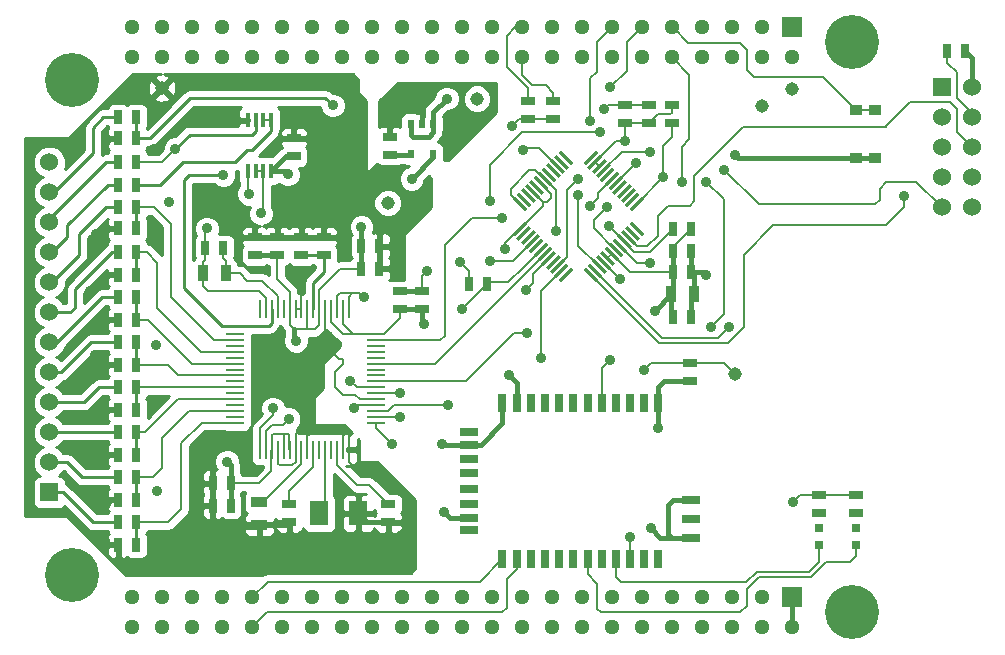
<source format=gtl>
G04 (created by PCBNEW (2013-05-31 BZR 4019)-stable) date 7/19/2013 3:45:29 PM*
%MOIN*%
G04 Gerber Fmt 3.4, Leading zero omitted, Abs format*
%FSLAX34Y34*%
G01*
G70*
G90*
G04 APERTURE LIST*
%ADD10C,0.00590551*%
%ADD11R,0.055X0.035*%
%ADD12R,0.06X0.0098*%
%ADD13R,0.0098X0.06*%
%ADD14R,0.0314X0.0629*%
%ADD15R,0.0629X0.0314*%
%ADD16R,0.02X0.03*%
%ADD17R,0.035X0.055*%
%ADD18R,0.025X0.045*%
%ADD19R,0.045X0.025*%
%ADD20R,0.06X0.06*%
%ADD21C,0.06*%
%ADD22R,0.015X0.05*%
%ADD23C,0.045*%
%ADD24R,0.06X0.08*%
%ADD25C,0.18*%
%ADD26R,0.065X0.065*%
%ADD27C,0.0512*%
%ADD28R,0.0393701X0.0354331*%
%ADD29R,0.0314X0.0314*%
%ADD30C,0.035*%
%ADD31C,0.016*%
%ADD32C,0.008*%
%ADD33C,0.01*%
G04 APERTURE END LIST*
G54D10*
G54D11*
X-19750Y-16075D03*
X-19750Y-15325D03*
G54D10*
G36*
X-11323Y-6384D02*
X-10906Y-5967D01*
X-10822Y-6051D01*
X-11239Y-6468D01*
X-11323Y-6384D01*
X-11323Y-6384D01*
G37*
G36*
X-11184Y-6524D02*
X-10766Y-6106D01*
X-10683Y-6190D01*
X-11100Y-6607D01*
X-11184Y-6524D01*
X-11184Y-6524D01*
G37*
G36*
X-11044Y-6663D02*
X-10627Y-6246D01*
X-10544Y-6329D01*
X-10961Y-6746D01*
X-11044Y-6663D01*
X-11044Y-6663D01*
G37*
G36*
X-10906Y-6801D02*
X-10489Y-6384D01*
X-10405Y-6468D01*
X-10822Y-6885D01*
X-10906Y-6801D01*
X-10906Y-6801D01*
G37*
G36*
X-10766Y-6941D02*
X-10349Y-6524D01*
X-10266Y-6607D01*
X-10683Y-7024D01*
X-10766Y-6941D01*
X-10766Y-6941D01*
G37*
G36*
X-10627Y-7080D02*
X-10210Y-6663D01*
X-10126Y-6746D01*
X-10544Y-7164D01*
X-10627Y-7080D01*
X-10627Y-7080D01*
G37*
G36*
X-10489Y-7219D02*
X-10071Y-6801D01*
X-9988Y-6885D01*
X-10405Y-7302D01*
X-10489Y-7219D01*
X-10489Y-7219D01*
G37*
G36*
X-10349Y-7358D02*
X-9932Y-6941D01*
X-9849Y-7024D01*
X-10266Y-7441D01*
X-10349Y-7358D01*
X-10349Y-7358D01*
G37*
G36*
X-10210Y-7497D02*
X-9793Y-7080D01*
X-9709Y-7164D01*
X-10126Y-7581D01*
X-10210Y-7497D01*
X-10210Y-7497D01*
G37*
G36*
X-10071Y-7636D02*
X-9654Y-7219D01*
X-9571Y-7302D01*
X-9988Y-7719D01*
X-10071Y-7636D01*
X-10071Y-7636D01*
G37*
G36*
X-9932Y-7775D02*
X-9515Y-7358D01*
X-9431Y-7441D01*
X-9849Y-7859D01*
X-9932Y-7775D01*
X-9932Y-7775D01*
G37*
G36*
X-9793Y-7914D02*
X-9376Y-7497D01*
X-9292Y-7581D01*
X-9709Y-7998D01*
X-9793Y-7914D01*
X-9793Y-7914D01*
G37*
G36*
X-8957Y-7581D02*
X-8873Y-7497D01*
X-8456Y-7914D01*
X-8540Y-7998D01*
X-8957Y-7581D01*
X-8957Y-7581D01*
G37*
G36*
X-8818Y-7441D02*
X-8734Y-7358D01*
X-8317Y-7775D01*
X-8400Y-7859D01*
X-8818Y-7441D01*
X-8818Y-7441D01*
G37*
G36*
X-8678Y-7302D02*
X-8595Y-7219D01*
X-8178Y-7636D01*
X-8261Y-7719D01*
X-8678Y-7302D01*
X-8678Y-7302D01*
G37*
G36*
X-8540Y-7164D02*
X-8456Y-7080D01*
X-8039Y-7497D01*
X-8123Y-7581D01*
X-8540Y-7164D01*
X-8540Y-7164D01*
G37*
G36*
X-8400Y-7024D02*
X-8317Y-6941D01*
X-7900Y-7358D01*
X-7983Y-7441D01*
X-8400Y-7024D01*
X-8400Y-7024D01*
G37*
G36*
X-8261Y-6885D02*
X-8178Y-6801D01*
X-7760Y-7219D01*
X-7844Y-7302D01*
X-8261Y-6885D01*
X-8261Y-6885D01*
G37*
G36*
X-8123Y-6746D02*
X-8039Y-6663D01*
X-7622Y-7080D01*
X-7705Y-7164D01*
X-8123Y-6746D01*
X-8123Y-6746D01*
G37*
G36*
X-7983Y-6607D02*
X-7900Y-6524D01*
X-7483Y-6941D01*
X-7566Y-7024D01*
X-7983Y-6607D01*
X-7983Y-6607D01*
G37*
G36*
X-7844Y-6468D02*
X-7760Y-6384D01*
X-7343Y-6801D01*
X-7427Y-6885D01*
X-7844Y-6468D01*
X-7844Y-6468D01*
G37*
G36*
X-7705Y-6329D02*
X-7622Y-6246D01*
X-7205Y-6663D01*
X-7288Y-6746D01*
X-7705Y-6329D01*
X-7705Y-6329D01*
G37*
G36*
X-7566Y-6190D02*
X-7483Y-6106D01*
X-7065Y-6524D01*
X-7149Y-6607D01*
X-7566Y-6190D01*
X-7566Y-6190D01*
G37*
G36*
X-7427Y-6051D02*
X-7343Y-5967D01*
X-6926Y-6384D01*
X-7010Y-6468D01*
X-7427Y-6051D01*
X-7427Y-6051D01*
G37*
G36*
X-7427Y-5548D02*
X-7010Y-5131D01*
X-6926Y-5215D01*
X-7343Y-5632D01*
X-7427Y-5548D01*
X-7427Y-5548D01*
G37*
G36*
X-7566Y-5409D02*
X-7149Y-4992D01*
X-7065Y-5075D01*
X-7483Y-5493D01*
X-7566Y-5409D01*
X-7566Y-5409D01*
G37*
G36*
X-7705Y-5270D02*
X-7288Y-4853D01*
X-7205Y-4936D01*
X-7622Y-5353D01*
X-7705Y-5270D01*
X-7705Y-5270D01*
G37*
G36*
X-7844Y-5131D02*
X-7427Y-4714D01*
X-7343Y-4798D01*
X-7760Y-5215D01*
X-7844Y-5131D01*
X-7844Y-5131D01*
G37*
G36*
X-7983Y-4992D02*
X-7566Y-4575D01*
X-7483Y-4658D01*
X-7900Y-5075D01*
X-7983Y-4992D01*
X-7983Y-4992D01*
G37*
G36*
X-8123Y-4853D02*
X-7705Y-4435D01*
X-7622Y-4519D01*
X-8039Y-4936D01*
X-8123Y-4853D01*
X-8123Y-4853D01*
G37*
G36*
X-8261Y-4714D02*
X-7844Y-4297D01*
X-7760Y-4380D01*
X-8178Y-4798D01*
X-8261Y-4714D01*
X-8261Y-4714D01*
G37*
G36*
X-8400Y-4575D02*
X-7983Y-4158D01*
X-7900Y-4241D01*
X-8317Y-4658D01*
X-8400Y-4575D01*
X-8400Y-4575D01*
G37*
G36*
X-8540Y-4435D02*
X-8123Y-4018D01*
X-8039Y-4102D01*
X-8456Y-4519D01*
X-8540Y-4435D01*
X-8540Y-4435D01*
G37*
G36*
X-8678Y-4297D02*
X-8261Y-3880D01*
X-8178Y-3963D01*
X-8595Y-4380D01*
X-8678Y-4297D01*
X-8678Y-4297D01*
G37*
G36*
X-8818Y-4158D02*
X-8400Y-3740D01*
X-8317Y-3824D01*
X-8734Y-4241D01*
X-8818Y-4158D01*
X-8818Y-4158D01*
G37*
G36*
X-8957Y-4018D02*
X-8540Y-3601D01*
X-8456Y-3685D01*
X-8873Y-4102D01*
X-8957Y-4018D01*
X-8957Y-4018D01*
G37*
G36*
X-9793Y-3685D02*
X-9709Y-3601D01*
X-9292Y-4018D01*
X-9376Y-4102D01*
X-9793Y-3685D01*
X-9793Y-3685D01*
G37*
G36*
X-9932Y-3824D02*
X-9849Y-3740D01*
X-9431Y-4158D01*
X-9515Y-4241D01*
X-9932Y-3824D01*
X-9932Y-3824D01*
G37*
G36*
X-10071Y-3963D02*
X-9988Y-3880D01*
X-9571Y-4297D01*
X-9654Y-4380D01*
X-10071Y-3963D01*
X-10071Y-3963D01*
G37*
G36*
X-10210Y-4102D02*
X-10126Y-4018D01*
X-9709Y-4435D01*
X-9793Y-4519D01*
X-10210Y-4102D01*
X-10210Y-4102D01*
G37*
G36*
X-10349Y-4241D02*
X-10266Y-4158D01*
X-9849Y-4575D01*
X-9932Y-4658D01*
X-10349Y-4241D01*
X-10349Y-4241D01*
G37*
G36*
X-10489Y-4380D02*
X-10405Y-4297D01*
X-9988Y-4714D01*
X-10071Y-4798D01*
X-10489Y-4380D01*
X-10489Y-4380D01*
G37*
G36*
X-10627Y-4519D02*
X-10544Y-4435D01*
X-10126Y-4853D01*
X-10210Y-4936D01*
X-10627Y-4519D01*
X-10627Y-4519D01*
G37*
G36*
X-10766Y-4658D02*
X-10683Y-4575D01*
X-10266Y-4992D01*
X-10349Y-5075D01*
X-10766Y-4658D01*
X-10766Y-4658D01*
G37*
G36*
X-10906Y-4798D02*
X-10822Y-4714D01*
X-10405Y-5131D01*
X-10489Y-5215D01*
X-10906Y-4798D01*
X-10906Y-4798D01*
G37*
G36*
X-11044Y-4936D02*
X-10961Y-4853D01*
X-10544Y-5270D01*
X-10627Y-5353D01*
X-11044Y-4936D01*
X-11044Y-4936D01*
G37*
G36*
X-11184Y-5075D02*
X-11100Y-4992D01*
X-10683Y-5409D01*
X-10766Y-5493D01*
X-11184Y-5075D01*
X-11184Y-5075D01*
G37*
G36*
X-11323Y-5215D02*
X-11239Y-5131D01*
X-10822Y-5548D01*
X-10906Y-5632D01*
X-11323Y-5215D01*
X-11323Y-5215D01*
G37*
G54D12*
X-20561Y-9724D03*
X-20561Y-9921D03*
X-20561Y-10118D03*
X-20561Y-10315D03*
X-20561Y-10512D03*
X-20561Y-10708D03*
X-20561Y-10905D03*
X-20561Y-11102D03*
X-20561Y-11299D03*
X-20561Y-11496D03*
X-20561Y-11693D03*
X-20561Y-11889D03*
X-20561Y-12086D03*
X-20561Y-12283D03*
X-20561Y-12480D03*
X-20561Y-12677D03*
G54D13*
X-19726Y-13575D03*
X-19529Y-13575D03*
X-19332Y-13575D03*
X-19135Y-13575D03*
X-18938Y-13575D03*
X-18742Y-13575D03*
X-18545Y-13575D03*
X-18348Y-13575D03*
X-18151Y-13575D03*
X-17954Y-13575D03*
X-17757Y-13575D03*
X-17561Y-13575D03*
X-17364Y-13575D03*
X-17167Y-13575D03*
X-16970Y-13575D03*
X-16773Y-13575D03*
G54D12*
X-15875Y-12677D03*
X-15875Y-12480D03*
X-15875Y-12283D03*
X-15875Y-12086D03*
X-15875Y-11889D03*
X-15875Y-11693D03*
X-15875Y-11496D03*
X-15875Y-11299D03*
X-15875Y-11102D03*
X-15875Y-10905D03*
X-15875Y-10708D03*
X-15875Y-10512D03*
X-15875Y-10315D03*
X-15875Y-10118D03*
X-15875Y-9921D03*
X-15875Y-9724D03*
G54D13*
X-16773Y-8889D03*
X-16970Y-8889D03*
X-17364Y-8889D03*
X-17167Y-8882D03*
X-17561Y-8889D03*
X-17757Y-8889D03*
X-17954Y-8889D03*
X-18151Y-8889D03*
X-18348Y-8889D03*
X-18545Y-8889D03*
X-18739Y-8889D03*
X-18936Y-8889D03*
X-19133Y-8889D03*
X-19330Y-8889D03*
X-19526Y-8889D03*
X-19723Y-8889D03*
G54D14*
X-6452Y-12027D03*
X-6925Y-12027D03*
X-7397Y-12027D03*
X-7869Y-12027D03*
X-8342Y-12027D03*
X-8814Y-12027D03*
X-9286Y-12027D03*
X-9758Y-12027D03*
X-10231Y-12027D03*
X-10703Y-12027D03*
X-11175Y-12027D03*
X-11648Y-12027D03*
X-11648Y-17223D03*
X-11175Y-17223D03*
X-10703Y-17223D03*
X-10231Y-17223D03*
X-9758Y-17223D03*
X-9286Y-17223D03*
X-8814Y-17223D03*
X-8342Y-17223D03*
X-7869Y-17223D03*
X-7397Y-17223D03*
X-6925Y-17223D03*
X-6452Y-17223D03*
G54D15*
X-5350Y-16514D03*
X-5350Y-15884D03*
X-5350Y-15254D03*
X-12750Y-15845D03*
X-12750Y-13405D03*
X-12750Y-13003D03*
X-12750Y-13877D03*
X-12750Y-14350D03*
X-12750Y-14900D03*
X-12750Y-15373D03*
X-12750Y-16247D03*
G54D16*
X-13950Y-2725D03*
X-14700Y-2725D03*
X-13950Y-3725D03*
X-14325Y-2725D03*
X-14700Y-3725D03*
G54D17*
X-21625Y-7700D03*
X-20875Y-7700D03*
G54D18*
X-24450Y-16000D03*
X-23850Y-16000D03*
X-24450Y-5500D03*
X-23850Y-5500D03*
X-24450Y-14500D03*
X-23850Y-14500D03*
X-24450Y-13000D03*
X-23850Y-13000D03*
X-24450Y-11500D03*
X-23850Y-11500D03*
X-24450Y-10000D03*
X-23850Y-10000D03*
X-24450Y-8500D03*
X-23850Y-8500D03*
X-24450Y-7000D03*
X-23850Y-7000D03*
X-23850Y-12250D03*
X-24450Y-12250D03*
G54D19*
X-14325Y-8900D03*
X-14325Y-8300D03*
G54D18*
X-24450Y-4000D03*
X-23850Y-4000D03*
X-24450Y-2500D03*
X-23850Y-2500D03*
X-24450Y-4750D03*
X-23850Y-4750D03*
X-5950Y-9150D03*
X-5350Y-9150D03*
X-5950Y-6950D03*
X-5350Y-6950D03*
G54D19*
X-6775Y-2700D03*
X-6775Y-2100D03*
G54D18*
X-23850Y-16750D03*
X-24450Y-16750D03*
G54D19*
X-7575Y-2700D03*
X-7575Y-2100D03*
X-5400Y-10700D03*
X-5400Y-11300D03*
G54D18*
X3175Y-300D03*
X3775Y-300D03*
X-16350Y-6800D03*
X-15750Y-6800D03*
G54D19*
X-9950Y-2550D03*
X-9950Y-1950D03*
X-10800Y-2550D03*
X-10800Y-1950D03*
X-18750Y-15400D03*
X-18750Y-16000D03*
X-17600Y-7100D03*
X-17600Y-6500D03*
X-18350Y-7100D03*
X-18350Y-6500D03*
G54D18*
X-16350Y-7550D03*
X-15750Y-7550D03*
X-23850Y-15250D03*
X-24450Y-15250D03*
G54D19*
X-15075Y-8900D03*
X-15075Y-8300D03*
X-19150Y-7100D03*
X-19150Y-6500D03*
X-19900Y-7100D03*
X-19900Y-6500D03*
G54D18*
X-23850Y-13750D03*
X-24450Y-13750D03*
X-23850Y-10750D03*
X-24450Y-10750D03*
X-23850Y-9250D03*
X-24450Y-9250D03*
X-23850Y-7750D03*
X-24450Y-7750D03*
X-23850Y-6200D03*
X-24450Y-6200D03*
X-23850Y-3200D03*
X-24450Y-3200D03*
G54D19*
X-18600Y-3800D03*
X-18600Y-3200D03*
G54D18*
X-5350Y-6225D03*
X-5950Y-6225D03*
G54D19*
X-6000Y-2100D03*
X-6000Y-2700D03*
G54D18*
X-12775Y-8050D03*
X-12175Y-8050D03*
X-20700Y-15450D03*
X-21300Y-15450D03*
X-20700Y-14700D03*
X-21300Y-14700D03*
G54D20*
X3000Y-1500D03*
G54D21*
X4000Y-1500D03*
X3000Y-2500D03*
X4000Y-2500D03*
X3000Y-3500D03*
X4000Y-3500D03*
X3000Y-4500D03*
X4000Y-4500D03*
X3000Y-5500D03*
X4000Y-5500D03*
X-26750Y-4000D03*
X-26750Y-5000D03*
X-26750Y-6000D03*
X-26750Y-7000D03*
X-26750Y-8000D03*
X-26750Y-9000D03*
G54D20*
X-26750Y-15000D03*
G54D21*
X-26750Y-14000D03*
X-26750Y-13000D03*
X-26750Y-12000D03*
X-26750Y-11000D03*
X-26750Y-10000D03*
G54D22*
X-19366Y-2600D03*
X-19622Y-2600D03*
X-19878Y-2600D03*
X-20134Y-2600D03*
X-20134Y-4300D03*
X-19878Y-4300D03*
X-19622Y-4300D03*
X-19366Y-4300D03*
G54D23*
X-2000Y-1550D03*
G54D19*
X-15400Y-3750D03*
X-15400Y-3150D03*
X-15450Y-15400D03*
X-15450Y-16000D03*
G54D18*
X-20950Y-6850D03*
X-21550Y-6850D03*
X-5950Y-7650D03*
X-5350Y-7650D03*
G54D17*
X-6025Y-8400D03*
X-5275Y-8400D03*
G54D24*
X-17750Y-15700D03*
X-16450Y-15700D03*
G54D25*
X-26000Y-1250D03*
X0Y0D03*
X0Y-19000D03*
X-26000Y-17750D03*
G54D26*
X-2000Y500D03*
G54D27*
X-2000Y-500D03*
X-3000Y500D03*
X-3000Y-500D03*
X-4000Y500D03*
X-4000Y-500D03*
X-5000Y500D03*
X-5000Y-500D03*
X-6000Y500D03*
X-6000Y-500D03*
X-7000Y500D03*
X-7000Y-500D03*
X-8000Y500D03*
X-8000Y-500D03*
X-9000Y500D03*
X-9000Y-500D03*
X-10000Y500D03*
X-10000Y-500D03*
X-11000Y500D03*
X-11000Y-500D03*
X-12000Y500D03*
X-12000Y-500D03*
X-13000Y500D03*
X-13000Y-500D03*
X-14000Y500D03*
X-14000Y-500D03*
X-15000Y500D03*
X-15000Y-500D03*
X-16000Y500D03*
X-16000Y-500D03*
X-17000Y500D03*
X-17000Y-500D03*
X-18000Y500D03*
X-18000Y-500D03*
X-19000Y500D03*
X-19000Y-500D03*
X-20000Y500D03*
X-20000Y-500D03*
X-21000Y500D03*
X-21000Y-500D03*
X-22000Y500D03*
X-22000Y-500D03*
X-23000Y500D03*
X-23000Y-500D03*
X-24000Y500D03*
X-24000Y-500D03*
G54D26*
X-2000Y-18500D03*
G54D27*
X-2000Y-19500D03*
X-3000Y-18500D03*
X-3000Y-19500D03*
X-4000Y-18500D03*
X-4000Y-19500D03*
X-5000Y-18500D03*
X-5000Y-19500D03*
X-6000Y-18500D03*
X-6000Y-19500D03*
X-7000Y-18500D03*
X-7000Y-19500D03*
X-8000Y-18500D03*
X-8000Y-19500D03*
X-9000Y-18500D03*
X-9000Y-19500D03*
X-10000Y-18500D03*
X-10000Y-19500D03*
X-11000Y-18500D03*
X-11000Y-19500D03*
X-12000Y-18500D03*
X-12000Y-19500D03*
X-13000Y-18500D03*
X-13000Y-19500D03*
X-14000Y-18500D03*
X-14000Y-19500D03*
X-15000Y-18500D03*
X-15000Y-19500D03*
X-16000Y-18500D03*
X-16000Y-19500D03*
X-17000Y-18500D03*
X-17000Y-19500D03*
X-18000Y-18500D03*
X-18000Y-19500D03*
X-19000Y-18500D03*
X-19000Y-19500D03*
X-20000Y-18500D03*
X-20000Y-19500D03*
X-21000Y-18500D03*
X-21000Y-19500D03*
X-22000Y-18500D03*
X-22000Y-19500D03*
X-23000Y-18500D03*
X-23000Y-19500D03*
X-24000Y-18500D03*
X-24000Y-19500D03*
G54D28*
X761Y-2242D03*
X131Y-2242D03*
X761Y-3857D03*
X131Y-3857D03*
G54D19*
X-1100Y-15675D03*
X-1100Y-15075D03*
X150Y-15700D03*
X150Y-15100D03*
G54D29*
X-1100Y-16770D03*
X-1100Y-16180D03*
X150Y-16770D03*
X150Y-16180D03*
G54D23*
X-12500Y-1875D03*
X-3000Y-2125D03*
X-23000Y-1525D03*
X-15475Y-5350D03*
X-3900Y-11050D03*
G54D30*
X-18525Y-9950D03*
X-14675Y-4550D03*
X-20825Y-13975D03*
X-22750Y-5325D03*
X-23200Y-10100D03*
X-23150Y-14950D03*
X-16350Y-6150D03*
X-18800Y-4400D03*
X-13500Y-1875D03*
X-20950Y-4425D03*
X-21500Y-6200D03*
X-19700Y-5700D03*
X-19300Y-12200D03*
X-18775Y-12550D03*
X-6925Y-10925D03*
X-7400Y-16475D03*
X-10375Y-10525D03*
X-8400Y-3000D03*
X-4250Y-4250D03*
X-12075Y-7300D03*
X-12075Y-5300D03*
X1725Y-5125D03*
X-4100Y-9475D03*
X-16725Y-11275D03*
X-13000Y-8875D03*
X-8725Y-5450D03*
X-11675Y-5850D03*
X-13450Y-12075D03*
X-6300Y-4500D03*
X-8100Y-6125D03*
X-16600Y-12175D03*
X-11325Y-2775D03*
X-13075Y-7325D03*
X-6575Y-8950D03*
X-9850Y-6300D03*
X-7575Y-3300D03*
X-11425Y-11100D03*
X-14275Y-9375D03*
X-25225Y-10425D03*
X-1975Y-15325D03*
X-3900Y-3750D03*
X-8150Y-5475D03*
X-11575Y-6875D03*
X-4850Y-7750D03*
X-6725Y-3650D03*
X-8250Y-2225D03*
X-14475Y-2125D03*
X-6700Y-16200D03*
X-6450Y-12850D03*
X-15325Y-13400D03*
X-13675Y-13400D03*
X-13600Y-15650D03*
X-16275Y-8500D03*
X-14150Y-7625D03*
X-23250Y-3550D03*
X-23175Y-6675D03*
X-23250Y-12075D03*
X-24850Y-3275D03*
X-25200Y-6400D03*
X-25400Y-8300D03*
X-25300Y-9425D03*
X-25625Y-11400D03*
X-25400Y-12500D03*
X-25400Y-13900D03*
X-24900Y-16625D03*
X-24850Y-15400D03*
X-18800Y-2500D03*
X-20600Y-2450D03*
X-17450Y-9800D03*
X-19150Y-5900D03*
X-18500Y-7800D03*
X-15300Y-6800D03*
X-15300Y-7550D03*
X-16700Y-16500D03*
X-15950Y-14300D03*
X-22550Y-3550D03*
X-10850Y-8250D03*
X-15075Y-12475D03*
X-20100Y-5050D03*
X-17300Y-2100D03*
X-4700Y-9475D03*
X-8050Y-10575D03*
X-4850Y-4650D03*
X-7200Y-4025D03*
X-10825Y-9700D03*
X-7725Y-7900D03*
X-10975Y-3575D03*
X-15050Y-11700D03*
X-5675Y-4650D03*
X-6725Y-7350D03*
X-9125Y-5075D03*
X-8725Y-2625D03*
X-9125Y-4550D03*
X-8050Y-1500D03*
G54D31*
X-18600Y-9550D02*
X-18600Y-9875D01*
X-18600Y-9875D02*
X-18525Y-9950D01*
X-13950Y-3725D02*
X-13950Y-3825D01*
X-13950Y-3825D02*
X-14675Y-4550D01*
X-20700Y-14700D02*
X-20700Y-14100D01*
X-20700Y-14100D02*
X-20825Y-13975D01*
X-18600Y-3800D02*
X-18866Y-3800D01*
X-18866Y-3800D02*
X-19366Y-4300D01*
X-16350Y-6150D02*
X-16350Y-6800D01*
X-18900Y-4300D02*
X-19366Y-4300D01*
X-18800Y-4400D02*
X-18900Y-4300D01*
G54D32*
X-18151Y-9550D02*
X-18150Y-9550D01*
X-18151Y-8889D02*
X-18151Y-9550D01*
X-18150Y-9550D02*
X-17900Y-9550D01*
X-17757Y-9407D02*
X-17757Y-8889D01*
X-17900Y-9550D02*
X-17757Y-9407D01*
X-18739Y-8889D02*
X-18739Y-9411D01*
X-18600Y-9550D02*
X-18150Y-9550D01*
X-18739Y-9411D02*
X-18600Y-9550D01*
X-19150Y-7100D02*
X-19150Y-7900D01*
X-18739Y-8311D02*
X-18739Y-8889D01*
X-19150Y-7900D02*
X-18739Y-8311D01*
X-17757Y-8889D02*
X-17757Y-8257D01*
X-17050Y-7550D02*
X-16350Y-7550D01*
X-17757Y-8257D02*
X-17050Y-7550D01*
G54D31*
X-19150Y-7100D02*
X-19900Y-7100D01*
X-16350Y-6800D02*
X-16350Y-7550D01*
G54D32*
X-18938Y-13575D02*
X-18938Y-13050D01*
X-18938Y-13050D02*
X-18950Y-13050D01*
X-18750Y-13050D02*
X-18750Y-13567D01*
X-19332Y-13082D02*
X-19300Y-13050D01*
X-19300Y-13050D02*
X-18950Y-13050D01*
X-18950Y-13050D02*
X-18750Y-13050D01*
X-19332Y-13575D02*
X-19332Y-13082D01*
X-18750Y-13567D02*
X-18742Y-13575D01*
X-19350Y-14300D02*
X-19350Y-13593D01*
X-19750Y-14700D02*
X-19350Y-14300D01*
X-20700Y-14700D02*
X-19750Y-14700D01*
X-19350Y-13593D02*
X-19332Y-13575D01*
G54D31*
X-20700Y-14700D02*
X-20700Y-15450D01*
X-13950Y-2725D02*
X-13950Y-2325D01*
X-13950Y-2325D02*
X-13500Y-1875D01*
X-14700Y-2725D02*
X-14700Y-3075D01*
X-13950Y-3000D02*
X-13950Y-2725D01*
X-14100Y-3150D02*
X-13950Y-3000D01*
X-14625Y-3150D02*
X-14100Y-3150D01*
X-14700Y-3075D02*
X-14625Y-3150D01*
G54D33*
X-19330Y-8889D02*
X-19330Y-9355D01*
X-22100Y-4425D02*
X-20950Y-4425D01*
X-22275Y-4600D02*
X-22100Y-4425D01*
X-22275Y-8175D02*
X-22275Y-4600D01*
X-21000Y-9450D02*
X-22275Y-8175D01*
X-19425Y-9450D02*
X-21000Y-9450D01*
X-19330Y-9355D02*
X-19425Y-9450D01*
G54D32*
X-20950Y-6850D02*
X-20950Y-7200D01*
X-20875Y-7275D02*
X-20875Y-7700D01*
X-20950Y-7200D02*
X-20875Y-7275D01*
X-19133Y-8889D02*
X-19133Y-8467D01*
X-20400Y-7700D02*
X-20875Y-7700D01*
X-20150Y-7950D02*
X-20400Y-7700D01*
X-19650Y-7950D02*
X-20150Y-7950D01*
X-19133Y-8467D02*
X-19650Y-7950D01*
X-21550Y-6850D02*
X-21550Y-6250D01*
X-21550Y-6250D02*
X-21500Y-6200D01*
X-21550Y-6850D02*
X-21550Y-7250D01*
X-21625Y-7325D02*
X-21625Y-7700D01*
X-21550Y-7250D02*
X-21625Y-7325D01*
X-19526Y-8889D02*
X-19526Y-8524D01*
X-21625Y-8125D02*
X-21625Y-7700D01*
X-21450Y-8300D02*
X-21625Y-8125D01*
X-19750Y-8300D02*
X-21450Y-8300D01*
X-19526Y-8524D02*
X-19750Y-8300D01*
X-19700Y-5700D02*
X-19622Y-5622D01*
X-19622Y-4300D02*
X-19622Y-5622D01*
X-19726Y-12851D02*
X-19300Y-12425D01*
X-19300Y-12425D02*
X-19300Y-12200D01*
X-19726Y-12851D02*
X-19726Y-13575D01*
X-19878Y-4300D02*
X-19622Y-4300D01*
X-19150Y-12750D02*
X-18975Y-12750D01*
X-19529Y-13575D02*
X-19529Y-12954D01*
X-19325Y-12750D02*
X-19529Y-12954D01*
X-19150Y-12750D02*
X-19325Y-12750D01*
X-18975Y-12750D02*
X-18775Y-12550D01*
X-17561Y-13575D02*
X-17561Y-15511D01*
X-17561Y-15511D02*
X-17750Y-15700D01*
X-17167Y-13575D02*
X-17167Y-14083D01*
X-16100Y-14750D02*
X-15450Y-15400D01*
X-16500Y-14750D02*
X-16100Y-14750D01*
X-17167Y-14083D02*
X-16500Y-14750D01*
G54D33*
X-17600Y-7100D02*
X-17600Y-7650D01*
X-17954Y-8004D02*
X-17954Y-8889D01*
X-17600Y-7650D02*
X-17954Y-8004D01*
X-17600Y-7100D02*
X-18350Y-7100D01*
G54D32*
X-18750Y-15400D02*
X-18750Y-14950D01*
X-17954Y-14154D02*
X-17954Y-13575D01*
X-18750Y-14950D02*
X-17954Y-14154D01*
X-19750Y-15325D02*
X-19625Y-15325D01*
X-18348Y-14048D02*
X-18348Y-13575D01*
X-19625Y-15325D02*
X-18348Y-14048D01*
G54D33*
X-26750Y-6000D02*
X-26750Y-5900D01*
X-24850Y-4000D02*
X-24450Y-4000D01*
X-26750Y-5900D02*
X-24850Y-4000D01*
X-26750Y-7000D02*
X-26650Y-7000D01*
X-24800Y-4750D02*
X-24450Y-4750D01*
X-26150Y-6100D02*
X-24800Y-4750D01*
X-26150Y-6500D02*
X-26150Y-6100D01*
X-26650Y-7000D02*
X-26150Y-6500D01*
X-26750Y-15000D02*
X-26300Y-15000D01*
X-25300Y-16000D02*
X-24450Y-16000D01*
X-26300Y-15000D02*
X-25300Y-16000D01*
X-26750Y-14000D02*
X-26150Y-14000D01*
X-25650Y-14500D02*
X-24450Y-14500D01*
X-26150Y-14000D02*
X-25650Y-14500D01*
X-26750Y-13000D02*
X-24450Y-13000D01*
X-26750Y-12000D02*
X-25600Y-12000D01*
X-25100Y-11500D02*
X-24450Y-11500D01*
X-25600Y-12000D02*
X-25100Y-11500D01*
X-26750Y-11000D02*
X-26350Y-11000D01*
X-25350Y-10000D02*
X-24450Y-10000D01*
X-26350Y-11000D02*
X-25350Y-10000D01*
X-26750Y-10000D02*
X-26500Y-10000D01*
X-25000Y-8500D02*
X-24450Y-8500D01*
X-26500Y-10000D02*
X-25000Y-8500D01*
X-26750Y-9000D02*
X-26050Y-9000D01*
X-24675Y-7000D02*
X-24450Y-7000D01*
X-25900Y-8225D02*
X-24675Y-7000D01*
X-25900Y-8850D02*
X-25900Y-8225D01*
X-26050Y-9000D02*
X-25900Y-8850D01*
X-26750Y-8000D02*
X-26675Y-8000D01*
X-24850Y-5500D02*
X-24450Y-5500D01*
X-25750Y-6400D02*
X-24850Y-5500D01*
X-25750Y-7075D02*
X-25750Y-6400D01*
X-26675Y-8000D02*
X-25750Y-7075D01*
X-26750Y-5000D02*
X-26600Y-5000D01*
X-24950Y-2500D02*
X-24450Y-2500D01*
X-25300Y-2850D02*
X-24950Y-2500D01*
X-25300Y-3700D02*
X-25300Y-2850D01*
X-26600Y-5000D02*
X-25300Y-3700D01*
G54D32*
X-5400Y-10700D02*
X-4250Y-10700D01*
X-4250Y-10700D02*
X-3900Y-11050D01*
X-7397Y-17223D02*
X-7397Y-16478D01*
X-6700Y-10700D02*
X-5400Y-10700D01*
X-6925Y-10925D02*
X-6700Y-10700D01*
X-7397Y-16478D02*
X-7400Y-16475D01*
X-1400Y-17825D02*
X-1350Y-17825D01*
X-8814Y-17736D02*
X-8500Y-18050D01*
X-8500Y-18050D02*
X-8500Y-18875D01*
X-8500Y-18875D02*
X-8375Y-19000D01*
X-8375Y-19000D02*
X-3725Y-19000D01*
X-3725Y-19000D02*
X-3500Y-18775D01*
X-3500Y-18775D02*
X-3500Y-18225D01*
X-3500Y-18225D02*
X-3100Y-17825D01*
X-3100Y-17825D02*
X-1400Y-17825D01*
X-8814Y-17223D02*
X-8814Y-17736D01*
X150Y-17125D02*
X150Y-16770D01*
X-50Y-17325D02*
X150Y-17125D01*
X-850Y-17325D02*
X-50Y-17325D01*
X-1350Y-17825D02*
X-850Y-17325D01*
X-7869Y-17223D02*
X-7869Y-17831D01*
X-1100Y-17325D02*
X-1100Y-16770D01*
X-1425Y-17650D02*
X-1100Y-17325D01*
X-3175Y-17650D02*
X-1425Y-17650D01*
X-3525Y-18000D02*
X-3175Y-17650D01*
X-7700Y-18000D02*
X-3525Y-18000D01*
X-7869Y-17831D02*
X-7700Y-18000D01*
X1125Y-2825D02*
X1125Y-2800D01*
X-7453Y-6496D02*
X-7150Y-6800D01*
X-7150Y-6800D02*
X-6825Y-6800D01*
X-6825Y-6800D02*
X-6475Y-6450D01*
X-6475Y-6450D02*
X-6475Y-5800D01*
X-6475Y-5800D02*
X-6125Y-5450D01*
X-6125Y-5450D02*
X-5400Y-5450D01*
X-5400Y-5450D02*
X-5250Y-5300D01*
X-5250Y-5300D02*
X-5250Y-4450D01*
X-5250Y-4450D02*
X-3625Y-2825D01*
X-7455Y-6496D02*
X-7453Y-6496D01*
X-3625Y-2825D02*
X1125Y-2825D01*
X1125Y-2800D02*
X1925Y-2000D01*
X3500Y-3000D02*
X4000Y-3500D01*
X3500Y-2225D02*
X3500Y-3000D01*
X3275Y-2000D02*
X3500Y-2225D01*
X1925Y-2000D02*
X3275Y-2000D01*
X-9682Y-7608D02*
X-9683Y-7608D01*
X-9683Y-7608D02*
X-10375Y-8300D01*
X-10375Y-8300D02*
X-10375Y-10525D01*
X3000Y-5500D02*
X2150Y-4650D01*
X-3100Y-5400D02*
X-4250Y-4250D01*
X775Y-5400D02*
X-3100Y-5400D01*
X925Y-5250D02*
X775Y-5400D01*
X925Y-4875D02*
X925Y-5250D01*
X1150Y-4650D02*
X925Y-4875D01*
X2150Y-4650D02*
X1150Y-4650D01*
X-10655Y-6635D02*
X-10655Y-6655D01*
X-12075Y-4075D02*
X-12075Y-5300D01*
X-11000Y-3000D02*
X-12075Y-4075D01*
X-8400Y-3000D02*
X-11000Y-3000D01*
X-8400Y-3000D02*
X-8400Y-3000D01*
X-11300Y-7300D02*
X-12075Y-7300D01*
X-10655Y-6655D02*
X-11300Y-7300D01*
X1737Y-5487D02*
X1737Y-5137D01*
X-3600Y-7075D02*
X-2625Y-6100D01*
X-2625Y-6100D02*
X1125Y-6100D01*
X1125Y-6100D02*
X1737Y-5487D01*
X-3600Y-9500D02*
X-3600Y-7075D01*
X1737Y-5137D02*
X1725Y-5125D01*
X-3600Y-9475D02*
X-3600Y-9500D01*
X-3600Y-9500D02*
X-4125Y-10025D01*
X-8701Y-7748D02*
X-6425Y-10025D01*
X-6425Y-10025D02*
X-4125Y-10025D01*
X-8707Y-7748D02*
X-8701Y-7748D01*
X-4475Y-9850D02*
X-4100Y-9475D01*
X-8567Y-7608D02*
X-8566Y-7608D01*
X-6325Y-9850D02*
X-4500Y-9850D01*
X-8566Y-7608D02*
X-6325Y-9850D01*
X-4500Y-9850D02*
X-4475Y-9850D01*
X-12175Y-8050D02*
X-13000Y-8875D01*
X-16504Y-11496D02*
X-16725Y-11275D01*
X-16504Y-11496D02*
X-15875Y-11496D01*
X-11450Y-8000D02*
X-12125Y-8000D01*
X-10925Y-7475D02*
X-11450Y-8000D01*
X-12125Y-8000D02*
X-12175Y-8050D01*
X-10377Y-6927D02*
X-10925Y-7475D01*
X-10925Y-7475D02*
X-10925Y-7475D01*
X-10377Y-6913D02*
X-10377Y-6927D01*
X-13575Y-6750D02*
X-13575Y-9775D01*
X-12675Y-5850D02*
X-13575Y-6750D01*
X-15875Y-9921D02*
X-13721Y-9921D01*
X-13575Y-9775D02*
X-13721Y-9921D01*
X-12675Y-5850D02*
X-11675Y-5850D01*
X-8475Y-5011D02*
X-8011Y-4547D01*
X-8475Y-5200D02*
X-8475Y-5011D01*
X-8725Y-5450D02*
X-8475Y-5200D01*
X-8022Y-4547D02*
X-8011Y-4547D01*
X-6300Y-4500D02*
X-6300Y-3450D01*
X-6000Y-3150D02*
X-6000Y-2700D01*
X-6300Y-3450D02*
X-6000Y-3150D01*
X-15875Y-12283D02*
X-15458Y-12283D01*
X-15250Y-12075D02*
X-13450Y-12075D01*
X-15458Y-12283D02*
X-15250Y-12075D01*
X-7176Y-5376D02*
X-7176Y-5382D01*
X-6300Y-4500D02*
X-7176Y-5376D01*
X-7594Y-6630D02*
X-8100Y-6125D01*
X-15875Y-12086D02*
X-16511Y-12086D01*
X-16511Y-12086D02*
X-16600Y-12175D01*
X-7594Y-6630D02*
X-7594Y-6635D01*
X-7614Y-6635D02*
X-7594Y-6635D01*
X-7594Y-6635D02*
X-7594Y-6655D01*
X-6725Y-7000D02*
X-5950Y-6225D01*
X-7250Y-7000D02*
X-6725Y-7000D01*
X-7594Y-6655D02*
X-7250Y-7000D01*
X-11000Y500D02*
X-11225Y500D01*
X-10800Y-1525D02*
X-10800Y-1950D01*
X-11500Y-825D02*
X-10800Y-1525D01*
X-11500Y225D02*
X-11500Y-825D01*
X-11225Y500D02*
X-11500Y225D01*
X-11000Y-500D02*
X-11000Y-1075D01*
X-9950Y-1675D02*
X-9950Y-1950D01*
X-10200Y-1425D02*
X-9950Y-1675D01*
X-10650Y-1425D02*
X-10200Y-1425D01*
X-11000Y-1075D02*
X-10650Y-1425D01*
X-10800Y-2550D02*
X-11100Y-2550D01*
X-11100Y-2550D02*
X-11325Y-2775D01*
X-10800Y-2550D02*
X-9950Y-2550D01*
X-12775Y-8050D02*
X-12775Y-7625D01*
X-12775Y-7625D02*
X-13075Y-7325D01*
X4000Y-2500D02*
X4000Y-2350D01*
X3175Y-675D02*
X3175Y-300D01*
X3500Y-1000D02*
X3175Y-675D01*
X3500Y-1850D02*
X3500Y-1000D01*
X4000Y-2350D02*
X3500Y-1850D01*
G54D31*
X-6025Y-8400D02*
X-6575Y-8950D01*
X-6025Y-8400D02*
X-6025Y-9075D01*
X-6025Y-9075D02*
X-5950Y-9150D01*
X-5950Y-7650D02*
X-5950Y-8325D01*
X-5950Y-8325D02*
X-6025Y-8400D01*
G54D32*
X-5950Y-6950D02*
X-5950Y-6825D01*
X-5950Y-6825D02*
X-5350Y-6225D01*
G54D31*
X-5950Y-7650D02*
X-5950Y-6950D01*
G54D32*
X-8011Y-7052D02*
X-7997Y-7052D01*
X-7400Y-7650D02*
X-5950Y-7650D01*
X-7997Y-7052D02*
X-7400Y-7650D01*
X-8150Y-7191D02*
X-8011Y-7052D01*
X-10238Y-4547D02*
X-10227Y-4547D01*
X-9850Y-4925D02*
X-9850Y-6300D01*
X-10227Y-4547D02*
X-9850Y-4925D01*
X-10238Y-4547D02*
X-10252Y-4547D01*
X-11375Y-5080D02*
X-11073Y-5382D01*
X-11375Y-4875D02*
X-11375Y-5080D01*
X-10750Y-4250D02*
X-11375Y-4875D01*
X-10550Y-4250D02*
X-10750Y-4250D01*
X-10252Y-4547D02*
X-10550Y-4250D01*
X-8567Y-3991D02*
X-8566Y-3991D01*
X-7875Y-3300D02*
X-7575Y-3300D01*
X-8566Y-3991D02*
X-7875Y-3300D01*
X-8428Y-4130D02*
X-8567Y-3991D01*
X-7575Y-2700D02*
X-7575Y-3125D01*
X-7575Y-3125D02*
X-7575Y-3300D01*
X-7575Y-2700D02*
X-6775Y-2700D01*
X-6775Y-2700D02*
X-6475Y-2400D01*
X-6475Y-2400D02*
X-6050Y-2400D01*
X-6050Y-2400D02*
X-6000Y-2350D01*
X-6000Y-2350D02*
X-6000Y-2100D01*
G54D31*
X-11175Y-12027D02*
X-11175Y-11350D01*
X-11175Y-11350D02*
X-11425Y-11100D01*
X-14325Y-9325D02*
X-14325Y-8900D01*
X-14275Y-9375D02*
X-14325Y-9325D01*
G54D32*
X-15875Y-9724D02*
X-15599Y-9724D01*
X-15075Y-9200D02*
X-15075Y-8900D01*
X-15599Y-9724D02*
X-15075Y-9200D01*
G54D31*
X-15075Y-8900D02*
X-14325Y-8900D01*
G54D32*
X-16970Y-8889D02*
X-16970Y-9380D01*
X-16970Y-9380D02*
X-16626Y-9724D01*
X-17364Y-8889D02*
X-17364Y-9336D01*
X-16976Y-9724D02*
X-16626Y-9724D01*
X-16626Y-9724D02*
X-15875Y-9724D01*
X-17364Y-9336D02*
X-16976Y-9724D01*
X-1100Y-15075D02*
X-1725Y-15075D01*
X-1725Y-15075D02*
X-1975Y-15325D01*
X-1100Y-15075D02*
X125Y-15075D01*
G54D31*
X125Y-15075D02*
X150Y-15100D01*
X-5275Y-8400D02*
X-5275Y-7725D01*
X-5275Y-7725D02*
X-5350Y-7650D01*
X-5350Y-9150D02*
X-5350Y-8475D01*
X-5350Y-8475D02*
X-5275Y-8400D01*
G54D32*
X-19135Y-13575D02*
X-19135Y-14040D01*
X-18545Y-13995D02*
X-18545Y-13575D01*
X-18650Y-14100D02*
X-18545Y-13995D01*
X-19075Y-14100D02*
X-18650Y-14100D01*
X-19135Y-14040D02*
X-19075Y-14100D01*
G54D31*
X131Y-3857D02*
X-3792Y-3857D01*
X-3792Y-3857D02*
X-3900Y-3750D01*
G54D32*
X-16975Y-10550D02*
X-17100Y-10550D01*
X-16411Y-11889D02*
X-16550Y-11750D01*
X-16550Y-11750D02*
X-16950Y-11750D01*
X-16950Y-11750D02*
X-17225Y-11475D01*
X-17225Y-11475D02*
X-17225Y-10975D01*
X-17225Y-10975D02*
X-16975Y-10725D01*
X-16975Y-10725D02*
X-16975Y-10550D01*
X-15875Y-11889D02*
X-16411Y-11889D01*
X-17450Y-10200D02*
X-17450Y-9800D01*
X-17100Y-10550D02*
X-17450Y-10200D01*
G54D31*
X-5400Y-11300D02*
X-6250Y-11300D01*
X-6452Y-11502D02*
X-6452Y-12027D01*
X-6250Y-11300D02*
X-6452Y-11502D01*
G54D32*
X-7872Y-6913D02*
X-7886Y-6913D01*
X-8600Y-5925D02*
X-8150Y-5475D01*
X-8600Y-6200D02*
X-8600Y-5925D01*
X-7886Y-6913D02*
X-8600Y-6200D01*
X-11073Y-6217D02*
X-11092Y-6217D01*
X-11575Y-6700D02*
X-11575Y-6875D01*
X-11092Y-6217D02*
X-11575Y-6700D01*
G54D31*
X-5350Y-7650D02*
X-4950Y-7650D01*
X-4950Y-7650D02*
X-4850Y-7750D01*
G54D32*
X-8289Y-4269D02*
X-8289Y-4264D01*
X-7675Y-3650D02*
X-6725Y-3650D01*
X-8289Y-4264D02*
X-7675Y-3650D01*
G54D31*
X4000Y-1500D02*
X4000Y-525D01*
X4000Y-525D02*
X3775Y-300D01*
X-5350Y-6950D02*
X-5350Y-7650D01*
G54D32*
X-11073Y-6217D02*
X-11067Y-6217D01*
X-10300Y-5450D02*
X-10300Y-5325D01*
X-11067Y-6217D02*
X-10300Y-5450D01*
X-10655Y-4964D02*
X-10655Y-4969D01*
X-10025Y-5038D02*
X-10377Y-4686D01*
X-10025Y-5200D02*
X-10025Y-5038D01*
X-10150Y-5325D02*
X-10025Y-5200D01*
X-10300Y-5325D02*
X-10150Y-5325D01*
X-10655Y-4969D02*
X-10300Y-5325D01*
X-7575Y-2100D02*
X-8125Y-2100D01*
X-8125Y-2100D02*
X-8250Y-2225D01*
X-7575Y-2100D02*
X-6775Y-2100D01*
G54D31*
X761Y-3857D02*
X131Y-3857D01*
X-15400Y-3150D02*
X-15400Y-2600D01*
X-14925Y-2125D02*
X-14475Y-2125D01*
X-15400Y-2600D02*
X-14925Y-2125D01*
X-14325Y-2725D02*
X-14325Y-2275D01*
X-14325Y-2275D02*
X-14475Y-2125D01*
X-5350Y-16514D02*
X-6386Y-16514D01*
X-6386Y-16514D02*
X-6700Y-16200D01*
X-6452Y-12848D02*
X-6452Y-12027D01*
X-6450Y-12850D02*
X-6452Y-12848D01*
X-5350Y-16514D02*
X-6011Y-16514D01*
X-5954Y-15254D02*
X-5350Y-15254D01*
X-6125Y-15425D02*
X-5954Y-15254D01*
X-6125Y-16400D02*
X-6125Y-15425D01*
X-6011Y-16514D02*
X-6125Y-16400D01*
X-12750Y-13405D02*
X-12355Y-13405D01*
X-11648Y-12698D02*
X-11648Y-12027D01*
X-12355Y-13405D02*
X-11648Y-12698D01*
G54D32*
X-15875Y-12677D02*
X-15875Y-12850D01*
X-15875Y-12850D02*
X-15325Y-13400D01*
G54D31*
X-12750Y-15845D02*
X-13405Y-15845D01*
X-13670Y-13405D02*
X-12750Y-13405D01*
X-13675Y-13400D02*
X-13670Y-13405D01*
X-13405Y-15845D02*
X-13600Y-15650D01*
G54D32*
X-16650Y-8350D02*
X-16425Y-8350D01*
X-16425Y-8350D02*
X-16275Y-8500D01*
X-14325Y-7800D02*
X-14325Y-8300D01*
X-14150Y-7625D02*
X-14325Y-7800D01*
G54D31*
X-14325Y-8300D02*
X-15075Y-8300D01*
X-24450Y-3200D02*
X-24775Y-3200D01*
X-24775Y-3200D02*
X-24850Y-3275D01*
X-24450Y-6200D02*
X-25000Y-6200D01*
X-25000Y-6200D02*
X-25200Y-6400D01*
X-24450Y-7750D02*
X-24850Y-7750D01*
X-24850Y-7750D02*
X-25400Y-8300D01*
X-24450Y-9250D02*
X-25125Y-9250D01*
X-25125Y-9250D02*
X-25300Y-9425D01*
X-24450Y-10750D02*
X-24975Y-10750D01*
X-24975Y-10750D02*
X-25625Y-11400D01*
X-24450Y-12250D02*
X-25150Y-12250D01*
X-25150Y-12250D02*
X-25400Y-12500D01*
X-24450Y-13750D02*
X-25250Y-13750D01*
X-25250Y-13750D02*
X-25400Y-13900D01*
X-24450Y-15250D02*
X-24700Y-15250D01*
X-24775Y-16750D02*
X-24450Y-16750D01*
X-24900Y-16625D02*
X-24775Y-16750D01*
X-24700Y-15250D02*
X-24850Y-15400D01*
X-24450Y-16750D02*
X-24450Y-17200D01*
X-22700Y-17450D02*
X-21300Y-16050D01*
X-24200Y-17450D02*
X-22700Y-17450D01*
X-24450Y-17200D02*
X-24200Y-17450D01*
X-2000Y-19500D02*
X-2000Y-18500D01*
X-18600Y-3200D02*
X-18600Y-2700D01*
X-18600Y-2700D02*
X-18800Y-2500D01*
X-20600Y-2450D02*
X-20450Y-2600D01*
X-20450Y-2600D02*
X-20134Y-2600D01*
G54D32*
X-16773Y-8889D02*
X-16773Y-8473D01*
X-16773Y-8473D02*
X-16650Y-8350D01*
X-17167Y-8467D02*
X-17050Y-8350D01*
X-17050Y-8350D02*
X-16650Y-8350D01*
X-17167Y-8882D02*
X-17167Y-8467D01*
X-17561Y-8889D02*
X-17561Y-9689D01*
X-17561Y-9689D02*
X-17450Y-9800D01*
G54D31*
X-18350Y-6500D02*
X-17600Y-6500D01*
X-18350Y-6500D02*
X-19150Y-6500D01*
X-19150Y-6500D02*
X-19900Y-6500D01*
X-19150Y-6500D02*
X-19150Y-5900D01*
G54D32*
X-18348Y-8889D02*
X-18348Y-7952D01*
X-18348Y-7952D02*
X-18500Y-7800D01*
G54D31*
X-16450Y-16250D02*
X-16450Y-15700D01*
X-15750Y-6800D02*
X-15300Y-6800D01*
X-15750Y-7550D02*
X-15750Y-6800D01*
X-15300Y-7550D02*
X-15750Y-7550D01*
G54D32*
X-18545Y-8889D02*
X-18348Y-8889D01*
X-16970Y-13575D02*
X-16970Y-13030D01*
X-16970Y-13030D02*
X-17100Y-12900D01*
X-16773Y-13575D02*
X-16773Y-13977D01*
X-16450Y-14300D02*
X-15950Y-14300D01*
X-16773Y-13977D02*
X-16450Y-14300D01*
X-18545Y-13575D02*
X-18545Y-13045D01*
X-18400Y-12900D02*
X-18000Y-12900D01*
X-18545Y-13045D02*
X-18400Y-12900D01*
X-16773Y-13575D02*
X-16773Y-13027D01*
X-18151Y-13051D02*
X-18151Y-13575D01*
X-18000Y-12900D02*
X-18151Y-13051D01*
X-16900Y-12900D02*
X-16950Y-12900D01*
X-16950Y-12900D02*
X-17100Y-12900D01*
X-17100Y-12900D02*
X-18000Y-12900D01*
X-16773Y-13027D02*
X-16900Y-12900D01*
G54D31*
X-15450Y-16000D02*
X-16150Y-16000D01*
X-16150Y-16000D02*
X-16450Y-15700D01*
X-18750Y-16000D02*
X-18750Y-16400D01*
X-18750Y-16400D02*
X-18650Y-16500D01*
X-18650Y-16500D02*
X-16700Y-16500D01*
X-16700Y-16500D02*
X-16450Y-16250D01*
X-19750Y-16075D02*
X-18825Y-16075D01*
X-18825Y-16075D02*
X-18750Y-16000D01*
X-21300Y-14700D02*
X-21300Y-15450D01*
X-21300Y-15450D02*
X-21300Y-16050D01*
X-21300Y-16050D02*
X-21200Y-16150D01*
X-21200Y-16150D02*
X-19825Y-16150D01*
X-19825Y-16150D02*
X-19750Y-16075D01*
G54D32*
X-22350Y-13350D02*
X-22350Y-15550D01*
X-21677Y-12677D02*
X-22350Y-13350D01*
X-20561Y-12677D02*
X-21677Y-12677D01*
X-22800Y-16000D02*
X-23850Y-16000D01*
X-22350Y-15550D02*
X-22800Y-16000D01*
G54D33*
X-23850Y-16000D02*
X-23850Y-16750D01*
G54D32*
X-22100Y-12300D02*
X-20578Y-12300D01*
X-23300Y-14500D02*
X-23000Y-14200D01*
X-23000Y-14200D02*
X-23000Y-13200D01*
X-23000Y-13200D02*
X-22100Y-12300D01*
X-23850Y-14500D02*
X-23300Y-14500D01*
X-20578Y-12300D02*
X-20561Y-12283D01*
G54D33*
X-23850Y-14500D02*
X-23850Y-15250D01*
G54D32*
X-22450Y-11900D02*
X-20572Y-11900D01*
X-23550Y-13000D02*
X-22450Y-11900D01*
X-23850Y-13000D02*
X-23550Y-13000D01*
X-20572Y-11900D02*
X-20561Y-11889D01*
G54D33*
X-23850Y-13000D02*
X-23850Y-13750D01*
G54D32*
X-23850Y-11500D02*
X-20565Y-11500D01*
X-20565Y-11500D02*
X-20561Y-11496D01*
G54D33*
X-23850Y-11500D02*
X-23850Y-12250D01*
G54D32*
X-22800Y-10750D02*
X-23850Y-10750D01*
X-22448Y-11102D02*
X-22800Y-10750D01*
X-20561Y-11102D02*
X-22448Y-11102D01*
G54D33*
X-23850Y-10000D02*
X-23850Y-10750D01*
G54D32*
X-20561Y-10708D02*
X-21992Y-10708D01*
X-21992Y-10708D02*
X-23450Y-9250D01*
X-23450Y-9250D02*
X-23850Y-9250D01*
G54D33*
X-23850Y-8500D02*
X-23850Y-9250D01*
G54D32*
X-23850Y-7000D02*
X-23500Y-7000D01*
X-21685Y-10315D02*
X-20561Y-10315D01*
X-23150Y-8850D02*
X-21685Y-10315D01*
X-23150Y-7350D02*
X-23150Y-8850D01*
X-23500Y-7000D02*
X-23150Y-7350D01*
G54D33*
X-23850Y-7000D02*
X-23850Y-7750D01*
G54D32*
X-20561Y-9921D02*
X-21279Y-9921D01*
X-23250Y-5500D02*
X-23850Y-5500D01*
X-22700Y-6050D02*
X-23250Y-5500D01*
X-22700Y-8500D02*
X-22700Y-6050D01*
X-21279Y-9921D02*
X-22700Y-8500D01*
G54D33*
X-23850Y-5500D02*
X-23850Y-6200D01*
X-19878Y-2600D02*
X-19878Y-2953D01*
X-22075Y-3075D02*
X-22550Y-3550D01*
X-20000Y-3075D02*
X-22075Y-3075D01*
X-19878Y-2953D02*
X-20000Y-3075D01*
G54D32*
X-23000Y-4000D02*
X-23850Y-4000D01*
X-22550Y-3550D02*
X-23000Y-4000D01*
X-13894Y-10708D02*
X-10238Y-7052D01*
X-15875Y-10708D02*
X-13894Y-10708D01*
X-15875Y-12480D02*
X-15080Y-12480D01*
X-10625Y-7717D02*
X-10099Y-7191D01*
X-10625Y-8025D02*
X-10625Y-7717D01*
X-10850Y-8250D02*
X-10625Y-8025D01*
X-15080Y-12480D02*
X-15075Y-12475D01*
X-20134Y-4300D02*
X-20134Y-5016D01*
X-20134Y-5016D02*
X-20100Y-5050D01*
G54D31*
X-15400Y-3750D02*
X-14725Y-3750D01*
G54D32*
X-14725Y-3750D02*
X-14700Y-3725D01*
X-6000Y500D02*
X-5975Y500D01*
X-961Y-1150D02*
X131Y-2242D01*
X-3275Y-1150D02*
X-961Y-1150D01*
X-3500Y-925D02*
X-3275Y-1150D01*
X-3500Y-250D02*
X-3500Y-925D01*
X-3725Y-25D02*
X-3500Y-250D01*
X-5450Y-25D02*
X-3725Y-25D01*
X-5975Y500D02*
X-5450Y-25D01*
X761Y-2242D02*
X131Y-2242D01*
G54D33*
X-23850Y-3200D02*
X-23400Y-3200D01*
X-17550Y-1850D02*
X-17300Y-2100D01*
X-22050Y-1850D02*
X-17550Y-1850D01*
X-23400Y-3200D02*
X-22050Y-1850D01*
X-23850Y-2500D02*
X-23850Y-3200D01*
G54D32*
X-8050Y-10575D02*
X-8342Y-10867D01*
X-8342Y-12027D02*
X-8342Y-10867D01*
X-4275Y-9050D02*
X-4700Y-9475D01*
X-7861Y-4686D02*
X-7872Y-4686D01*
X-7861Y-4686D02*
X-7200Y-4025D01*
X-4275Y-5225D02*
X-4275Y-8950D01*
X-4850Y-4650D02*
X-4275Y-5225D01*
X-4275Y-8950D02*
X-4275Y-9050D01*
X-15875Y-11299D02*
X-12874Y-11299D01*
X-11275Y-9700D02*
X-10825Y-9700D01*
X-12874Y-11299D02*
X-11275Y-9700D01*
X-8289Y-7330D02*
X-8289Y-7335D01*
X-8289Y-7335D02*
X-7725Y-7900D01*
G54D33*
X-23850Y-4750D02*
X-23050Y-4750D01*
X-19366Y-2966D02*
X-19366Y-2600D01*
X-20000Y-3600D02*
X-19366Y-2966D01*
X-20150Y-3600D02*
X-20000Y-3600D01*
X-20550Y-4000D02*
X-20150Y-3600D01*
X-22300Y-4000D02*
X-20550Y-4000D01*
X-23050Y-4750D02*
X-22300Y-4000D01*
G54D32*
X-19366Y-2600D02*
X-19622Y-2600D01*
X-15057Y-11693D02*
X-15050Y-11700D01*
X-15875Y-11693D02*
X-15057Y-11693D01*
X-10427Y-3525D02*
X-9821Y-4130D01*
X-10925Y-3525D02*
X-10427Y-3525D01*
X-10975Y-3575D02*
X-10925Y-3525D01*
X-7733Y-6774D02*
X-7725Y-6774D01*
X-7725Y-6774D02*
X-7150Y-7350D01*
X-5425Y-1075D02*
X-6000Y-500D01*
X-5425Y-3225D02*
X-5425Y-1075D01*
X-5675Y-3475D02*
X-5425Y-3225D01*
X-5675Y-4650D02*
X-5675Y-3475D01*
X-7150Y-7350D02*
X-6725Y-7350D01*
X-11648Y-17223D02*
X-12400Y-17975D01*
X-19475Y-17975D02*
X-20000Y-18500D01*
X-12400Y-17975D02*
X-19475Y-17975D01*
X-11175Y-17223D02*
X-11175Y-17550D01*
X-19500Y-19000D02*
X-20000Y-19500D01*
X-11650Y-19000D02*
X-19500Y-19000D01*
X-11500Y-18850D02*
X-11650Y-19000D01*
X-11500Y-17875D02*
X-11500Y-18850D01*
X-11175Y-17550D02*
X-11500Y-17875D01*
X-8725Y-1200D02*
X-8500Y-975D01*
X-8500Y-975D02*
X-8500Y0D01*
X-8500Y0D02*
X-8000Y500D01*
X-8430Y-7469D02*
X-9125Y-6775D01*
X-9125Y-6775D02*
X-9125Y-5075D01*
X-8725Y-2625D02*
X-8725Y-1200D01*
X-8428Y-7469D02*
X-8430Y-7469D01*
X-9500Y-4925D02*
X-9125Y-4550D01*
X-9819Y-7469D02*
X-9500Y-7150D01*
X-9821Y-7469D02*
X-9819Y-7469D01*
X-9500Y-7150D02*
X-9500Y-5000D01*
X-9500Y-5000D02*
X-9500Y-4925D01*
X-7500Y0D02*
X-7000Y500D01*
X-7500Y-950D02*
X-7500Y0D01*
X-8050Y-1500D02*
X-7500Y-950D01*
G54D10*
G36*
X-24392Y-3250D02*
X-24400Y-3250D01*
X-24400Y-3257D01*
X-24500Y-3257D01*
X-24500Y-3250D01*
X-24762Y-3250D01*
X-24825Y-3312D01*
X-24825Y-3375D01*
X-24824Y-3474D01*
X-24786Y-3566D01*
X-24753Y-3600D01*
X-24786Y-3633D01*
X-24814Y-3700D01*
X-24850Y-3700D01*
X-24964Y-3722D01*
X-25010Y-3753D01*
X-25000Y-3700D01*
X-25000Y-3700D01*
X-25000Y-2974D01*
X-24825Y-2800D01*
X-24814Y-2800D01*
X-24793Y-2850D01*
X-24824Y-2925D01*
X-24825Y-3024D01*
X-24825Y-3087D01*
X-24762Y-3150D01*
X-24500Y-3150D01*
X-24500Y-3142D01*
X-24400Y-3142D01*
X-24400Y-3150D01*
X-24392Y-3150D01*
X-24392Y-3250D01*
X-24392Y-3250D01*
G37*
G54D33*
X-24392Y-3250D02*
X-24400Y-3250D01*
X-24400Y-3257D01*
X-24500Y-3257D01*
X-24500Y-3250D01*
X-24762Y-3250D01*
X-24825Y-3312D01*
X-24825Y-3375D01*
X-24824Y-3474D01*
X-24786Y-3566D01*
X-24753Y-3600D01*
X-24786Y-3633D01*
X-24814Y-3700D01*
X-24850Y-3700D01*
X-24964Y-3722D01*
X-25010Y-3753D01*
X-25000Y-3700D01*
X-25000Y-3700D01*
X-25000Y-2974D01*
X-24825Y-2800D01*
X-24814Y-2800D01*
X-24793Y-2850D01*
X-24824Y-2925D01*
X-24825Y-3024D01*
X-24825Y-3087D01*
X-24762Y-3150D01*
X-24500Y-3150D01*
X-24500Y-3142D01*
X-24400Y-3142D01*
X-24400Y-3150D01*
X-24392Y-3150D01*
X-24392Y-3250D01*
G54D10*
G36*
X-24392Y-6250D02*
X-24400Y-6250D01*
X-24400Y-6257D01*
X-24500Y-6257D01*
X-24500Y-6250D01*
X-24762Y-6250D01*
X-24825Y-6312D01*
X-24825Y-6375D01*
X-24824Y-6474D01*
X-24786Y-6566D01*
X-24753Y-6600D01*
X-24786Y-6633D01*
X-24824Y-6725D01*
X-24824Y-6746D01*
X-24887Y-6787D01*
X-26112Y-8012D01*
X-26177Y-8110D01*
X-26200Y-8225D01*
X-26200Y-8700D01*
X-26278Y-8700D01*
X-26283Y-8688D01*
X-26438Y-8534D01*
X-26519Y-8500D01*
X-26438Y-8466D01*
X-26284Y-8311D01*
X-26200Y-8109D01*
X-26199Y-7949D01*
X-25537Y-7287D01*
X-25537Y-7287D01*
X-25472Y-7189D01*
X-25450Y-7075D01*
X-25450Y-7075D01*
X-25450Y-6524D01*
X-24806Y-5880D01*
X-24824Y-5925D01*
X-24825Y-6024D01*
X-24825Y-6087D01*
X-24762Y-6150D01*
X-24500Y-6150D01*
X-24500Y-6142D01*
X-24400Y-6142D01*
X-24400Y-6150D01*
X-24392Y-6150D01*
X-24392Y-6250D01*
X-24392Y-6250D01*
G37*
G54D33*
X-24392Y-6250D02*
X-24400Y-6250D01*
X-24400Y-6257D01*
X-24500Y-6257D01*
X-24500Y-6250D01*
X-24762Y-6250D01*
X-24825Y-6312D01*
X-24825Y-6375D01*
X-24824Y-6474D01*
X-24786Y-6566D01*
X-24753Y-6600D01*
X-24786Y-6633D01*
X-24824Y-6725D01*
X-24824Y-6746D01*
X-24887Y-6787D01*
X-26112Y-8012D01*
X-26177Y-8110D01*
X-26200Y-8225D01*
X-26200Y-8700D01*
X-26278Y-8700D01*
X-26283Y-8688D01*
X-26438Y-8534D01*
X-26519Y-8500D01*
X-26438Y-8466D01*
X-26284Y-8311D01*
X-26200Y-8109D01*
X-26199Y-7949D01*
X-25537Y-7287D01*
X-25537Y-7287D01*
X-25472Y-7189D01*
X-25450Y-7075D01*
X-25450Y-7075D01*
X-25450Y-6524D01*
X-24806Y-5880D01*
X-24824Y-5925D01*
X-24825Y-6024D01*
X-24825Y-6087D01*
X-24762Y-6150D01*
X-24500Y-6150D01*
X-24500Y-6142D01*
X-24400Y-6142D01*
X-24400Y-6150D01*
X-24392Y-6150D01*
X-24392Y-6250D01*
G54D10*
G36*
X-24392Y-7800D02*
X-24400Y-7800D01*
X-24400Y-7807D01*
X-24500Y-7807D01*
X-24500Y-7800D01*
X-24762Y-7800D01*
X-24825Y-7862D01*
X-24825Y-7925D01*
X-24824Y-8024D01*
X-24786Y-8116D01*
X-24778Y-8125D01*
X-24786Y-8133D01*
X-24814Y-8200D01*
X-25000Y-8200D01*
X-25114Y-8222D01*
X-25212Y-8287D01*
X-25600Y-8675D01*
X-25600Y-8349D01*
X-24825Y-7574D01*
X-24825Y-7574D01*
X-24825Y-7637D01*
X-24762Y-7700D01*
X-24500Y-7700D01*
X-24500Y-7692D01*
X-24400Y-7692D01*
X-24400Y-7700D01*
X-24392Y-7700D01*
X-24392Y-7800D01*
X-24392Y-7800D01*
G37*
G54D33*
X-24392Y-7800D02*
X-24400Y-7800D01*
X-24400Y-7807D01*
X-24500Y-7807D01*
X-24500Y-7800D01*
X-24762Y-7800D01*
X-24825Y-7862D01*
X-24825Y-7925D01*
X-24824Y-8024D01*
X-24786Y-8116D01*
X-24778Y-8125D01*
X-24786Y-8133D01*
X-24814Y-8200D01*
X-25000Y-8200D01*
X-25114Y-8222D01*
X-25212Y-8287D01*
X-25600Y-8675D01*
X-25600Y-8349D01*
X-24825Y-7574D01*
X-24825Y-7574D01*
X-24825Y-7637D01*
X-24762Y-7700D01*
X-24500Y-7700D01*
X-24500Y-7692D01*
X-24400Y-7692D01*
X-24400Y-7700D01*
X-24392Y-7700D01*
X-24392Y-7800D01*
G54D10*
G36*
X-24392Y-9300D02*
X-24400Y-9300D01*
X-24400Y-9307D01*
X-24500Y-9307D01*
X-24500Y-9300D01*
X-24762Y-9300D01*
X-24825Y-9362D01*
X-24825Y-9425D01*
X-24824Y-9524D01*
X-24786Y-9616D01*
X-24778Y-9625D01*
X-24786Y-9633D01*
X-24814Y-9700D01*
X-25350Y-9700D01*
X-25464Y-9722D01*
X-25562Y-9787D01*
X-26373Y-10598D01*
X-26438Y-10534D01*
X-26519Y-10500D01*
X-26438Y-10466D01*
X-26284Y-10311D01*
X-26210Y-10134D01*
X-24875Y-8800D01*
X-24814Y-8800D01*
X-24787Y-8866D01*
X-24778Y-8874D01*
X-24786Y-8883D01*
X-24824Y-8975D01*
X-24825Y-9074D01*
X-24825Y-9137D01*
X-24762Y-9200D01*
X-24500Y-9200D01*
X-24500Y-9192D01*
X-24400Y-9192D01*
X-24400Y-9200D01*
X-24392Y-9200D01*
X-24392Y-9300D01*
X-24392Y-9300D01*
G37*
G54D33*
X-24392Y-9300D02*
X-24400Y-9300D01*
X-24400Y-9307D01*
X-24500Y-9307D01*
X-24500Y-9300D01*
X-24762Y-9300D01*
X-24825Y-9362D01*
X-24825Y-9425D01*
X-24824Y-9524D01*
X-24786Y-9616D01*
X-24778Y-9625D01*
X-24786Y-9633D01*
X-24814Y-9700D01*
X-25350Y-9700D01*
X-25464Y-9722D01*
X-25562Y-9787D01*
X-26373Y-10598D01*
X-26438Y-10534D01*
X-26519Y-10500D01*
X-26438Y-10466D01*
X-26284Y-10311D01*
X-26210Y-10134D01*
X-24875Y-8800D01*
X-24814Y-8800D01*
X-24787Y-8866D01*
X-24778Y-8874D01*
X-24786Y-8883D01*
X-24824Y-8975D01*
X-24825Y-9074D01*
X-24825Y-9137D01*
X-24762Y-9200D01*
X-24500Y-9200D01*
X-24500Y-9192D01*
X-24400Y-9192D01*
X-24400Y-9200D01*
X-24392Y-9200D01*
X-24392Y-9300D01*
G54D10*
G36*
X-24392Y-10800D02*
X-24400Y-10800D01*
X-24400Y-10807D01*
X-24500Y-10807D01*
X-24500Y-10800D01*
X-24762Y-10800D01*
X-24825Y-10862D01*
X-24825Y-10925D01*
X-24824Y-11024D01*
X-24786Y-11116D01*
X-24778Y-11125D01*
X-24786Y-11133D01*
X-24814Y-11200D01*
X-25100Y-11200D01*
X-25214Y-11222D01*
X-25312Y-11287D01*
X-25724Y-11700D01*
X-26278Y-11700D01*
X-26283Y-11688D01*
X-26438Y-11534D01*
X-26519Y-11500D01*
X-26438Y-11466D01*
X-26284Y-11311D01*
X-26272Y-11284D01*
X-26235Y-11277D01*
X-26235Y-11277D01*
X-26137Y-11212D01*
X-25225Y-10300D01*
X-24814Y-10300D01*
X-24787Y-10366D01*
X-24778Y-10374D01*
X-24786Y-10383D01*
X-24824Y-10475D01*
X-24825Y-10574D01*
X-24825Y-10637D01*
X-24762Y-10700D01*
X-24500Y-10700D01*
X-24500Y-10692D01*
X-24400Y-10692D01*
X-24400Y-10700D01*
X-24392Y-10700D01*
X-24392Y-10800D01*
X-24392Y-10800D01*
G37*
G54D33*
X-24392Y-10800D02*
X-24400Y-10800D01*
X-24400Y-10807D01*
X-24500Y-10807D01*
X-24500Y-10800D01*
X-24762Y-10800D01*
X-24825Y-10862D01*
X-24825Y-10925D01*
X-24824Y-11024D01*
X-24786Y-11116D01*
X-24778Y-11125D01*
X-24786Y-11133D01*
X-24814Y-11200D01*
X-25100Y-11200D01*
X-25214Y-11222D01*
X-25312Y-11287D01*
X-25724Y-11700D01*
X-26278Y-11700D01*
X-26283Y-11688D01*
X-26438Y-11534D01*
X-26519Y-11500D01*
X-26438Y-11466D01*
X-26284Y-11311D01*
X-26272Y-11284D01*
X-26235Y-11277D01*
X-26235Y-11277D01*
X-26137Y-11212D01*
X-25225Y-10300D01*
X-24814Y-10300D01*
X-24787Y-10366D01*
X-24778Y-10374D01*
X-24786Y-10383D01*
X-24824Y-10475D01*
X-24825Y-10574D01*
X-24825Y-10637D01*
X-24762Y-10700D01*
X-24500Y-10700D01*
X-24500Y-10692D01*
X-24400Y-10692D01*
X-24400Y-10700D01*
X-24392Y-10700D01*
X-24392Y-10800D01*
G54D10*
G36*
X-24392Y-12300D02*
X-24400Y-12300D01*
X-24400Y-12307D01*
X-24500Y-12307D01*
X-24500Y-12300D01*
X-24762Y-12300D01*
X-24825Y-12362D01*
X-24825Y-12425D01*
X-24824Y-12524D01*
X-24786Y-12616D01*
X-24778Y-12625D01*
X-24786Y-12633D01*
X-24814Y-12700D01*
X-26278Y-12700D01*
X-26283Y-12688D01*
X-26438Y-12534D01*
X-26519Y-12500D01*
X-26438Y-12466D01*
X-26284Y-12311D01*
X-26279Y-12300D01*
X-25600Y-12300D01*
X-25600Y-12299D01*
X-25485Y-12277D01*
X-25485Y-12277D01*
X-25387Y-12212D01*
X-24975Y-11800D01*
X-24814Y-11800D01*
X-24787Y-11866D01*
X-24778Y-11874D01*
X-24786Y-11883D01*
X-24824Y-11975D01*
X-24825Y-12074D01*
X-24825Y-12137D01*
X-24762Y-12200D01*
X-24500Y-12200D01*
X-24500Y-12192D01*
X-24400Y-12192D01*
X-24400Y-12200D01*
X-24392Y-12200D01*
X-24392Y-12300D01*
X-24392Y-12300D01*
G37*
G54D33*
X-24392Y-12300D02*
X-24400Y-12300D01*
X-24400Y-12307D01*
X-24500Y-12307D01*
X-24500Y-12300D01*
X-24762Y-12300D01*
X-24825Y-12362D01*
X-24825Y-12425D01*
X-24824Y-12524D01*
X-24786Y-12616D01*
X-24778Y-12625D01*
X-24786Y-12633D01*
X-24814Y-12700D01*
X-26278Y-12700D01*
X-26283Y-12688D01*
X-26438Y-12534D01*
X-26519Y-12500D01*
X-26438Y-12466D01*
X-26284Y-12311D01*
X-26279Y-12300D01*
X-25600Y-12300D01*
X-25600Y-12299D01*
X-25485Y-12277D01*
X-25485Y-12277D01*
X-25387Y-12212D01*
X-24975Y-11800D01*
X-24814Y-11800D01*
X-24787Y-11866D01*
X-24778Y-11874D01*
X-24786Y-11883D01*
X-24824Y-11975D01*
X-24825Y-12074D01*
X-24825Y-12137D01*
X-24762Y-12200D01*
X-24500Y-12200D01*
X-24500Y-12192D01*
X-24400Y-12192D01*
X-24400Y-12200D01*
X-24392Y-12200D01*
X-24392Y-12300D01*
G54D10*
G36*
X-24392Y-13800D02*
X-24400Y-13800D01*
X-24400Y-13807D01*
X-24500Y-13807D01*
X-24500Y-13800D01*
X-24762Y-13800D01*
X-24825Y-13862D01*
X-24825Y-13925D01*
X-24824Y-14024D01*
X-24786Y-14116D01*
X-24778Y-14125D01*
X-24786Y-14133D01*
X-24814Y-14200D01*
X-25525Y-14200D01*
X-25937Y-13787D01*
X-26035Y-13722D01*
X-26150Y-13700D01*
X-26278Y-13700D01*
X-26283Y-13688D01*
X-26438Y-13534D01*
X-26519Y-13500D01*
X-26438Y-13466D01*
X-26284Y-13311D01*
X-26279Y-13300D01*
X-24814Y-13300D01*
X-24787Y-13366D01*
X-24778Y-13374D01*
X-24786Y-13383D01*
X-24824Y-13475D01*
X-24825Y-13574D01*
X-24825Y-13637D01*
X-24762Y-13700D01*
X-24500Y-13700D01*
X-24500Y-13692D01*
X-24400Y-13692D01*
X-24400Y-13700D01*
X-24392Y-13700D01*
X-24392Y-13800D01*
X-24392Y-13800D01*
G37*
G54D33*
X-24392Y-13800D02*
X-24400Y-13800D01*
X-24400Y-13807D01*
X-24500Y-13807D01*
X-24500Y-13800D01*
X-24762Y-13800D01*
X-24825Y-13862D01*
X-24825Y-13925D01*
X-24824Y-14024D01*
X-24786Y-14116D01*
X-24778Y-14125D01*
X-24786Y-14133D01*
X-24814Y-14200D01*
X-25525Y-14200D01*
X-25937Y-13787D01*
X-26035Y-13722D01*
X-26150Y-13700D01*
X-26278Y-13700D01*
X-26283Y-13688D01*
X-26438Y-13534D01*
X-26519Y-13500D01*
X-26438Y-13466D01*
X-26284Y-13311D01*
X-26279Y-13300D01*
X-24814Y-13300D01*
X-24787Y-13366D01*
X-24778Y-13374D01*
X-24786Y-13383D01*
X-24824Y-13475D01*
X-24825Y-13574D01*
X-24825Y-13637D01*
X-24762Y-13700D01*
X-24500Y-13700D01*
X-24500Y-13692D01*
X-24400Y-13692D01*
X-24400Y-13700D01*
X-24392Y-13700D01*
X-24392Y-13800D01*
G54D10*
G36*
X-24392Y-15300D02*
X-24400Y-15300D01*
X-24400Y-15307D01*
X-24500Y-15307D01*
X-24500Y-15300D01*
X-24762Y-15300D01*
X-24825Y-15362D01*
X-24825Y-15425D01*
X-24824Y-15524D01*
X-24786Y-15616D01*
X-24778Y-15625D01*
X-24786Y-15633D01*
X-24814Y-15700D01*
X-25175Y-15700D01*
X-26087Y-14787D01*
X-26185Y-14722D01*
X-26199Y-14719D01*
X-26199Y-14650D01*
X-26237Y-14558D01*
X-26308Y-14488D01*
X-26400Y-14450D01*
X-26422Y-14450D01*
X-26284Y-14311D01*
X-26279Y-14300D01*
X-26274Y-14300D01*
X-25862Y-14712D01*
X-25862Y-14712D01*
X-25764Y-14777D01*
X-25650Y-14800D01*
X-24814Y-14800D01*
X-24787Y-14866D01*
X-24778Y-14874D01*
X-24786Y-14883D01*
X-24824Y-14975D01*
X-24825Y-15074D01*
X-24825Y-15137D01*
X-24762Y-15200D01*
X-24500Y-15200D01*
X-24500Y-15192D01*
X-24400Y-15192D01*
X-24400Y-15200D01*
X-24392Y-15200D01*
X-24392Y-15300D01*
X-24392Y-15300D01*
G37*
G54D33*
X-24392Y-15300D02*
X-24400Y-15300D01*
X-24400Y-15307D01*
X-24500Y-15307D01*
X-24500Y-15300D01*
X-24762Y-15300D01*
X-24825Y-15362D01*
X-24825Y-15425D01*
X-24824Y-15524D01*
X-24786Y-15616D01*
X-24778Y-15625D01*
X-24786Y-15633D01*
X-24814Y-15700D01*
X-25175Y-15700D01*
X-26087Y-14787D01*
X-26185Y-14722D01*
X-26199Y-14719D01*
X-26199Y-14650D01*
X-26237Y-14558D01*
X-26308Y-14488D01*
X-26400Y-14450D01*
X-26422Y-14450D01*
X-26284Y-14311D01*
X-26279Y-14300D01*
X-26274Y-14300D01*
X-25862Y-14712D01*
X-25862Y-14712D01*
X-25764Y-14777D01*
X-25650Y-14800D01*
X-24814Y-14800D01*
X-24787Y-14866D01*
X-24778Y-14874D01*
X-24786Y-14883D01*
X-24824Y-14975D01*
X-24825Y-15074D01*
X-24825Y-15137D01*
X-24762Y-15200D01*
X-24500Y-15200D01*
X-24500Y-15192D01*
X-24400Y-15192D01*
X-24400Y-15200D01*
X-24392Y-15200D01*
X-24392Y-15300D01*
G54D10*
G36*
X-22990Y-7099D02*
X-23294Y-6794D01*
X-23389Y-6732D01*
X-23479Y-6714D01*
X-23512Y-6633D01*
X-23546Y-6600D01*
X-23513Y-6566D01*
X-23475Y-6474D01*
X-23474Y-6375D01*
X-23474Y-5925D01*
X-23506Y-5849D01*
X-23481Y-5790D01*
X-23370Y-5790D01*
X-22990Y-6170D01*
X-22990Y-7099D01*
X-22990Y-7099D01*
G37*
G54D33*
X-22990Y-7099D02*
X-23294Y-6794D01*
X-23389Y-6732D01*
X-23479Y-6714D01*
X-23512Y-6633D01*
X-23546Y-6600D01*
X-23513Y-6566D01*
X-23475Y-6474D01*
X-23474Y-6375D01*
X-23474Y-5925D01*
X-23506Y-5849D01*
X-23481Y-5790D01*
X-23370Y-5790D01*
X-22990Y-6170D01*
X-22990Y-7099D01*
G54D10*
G36*
X-22750Y-11790D02*
X-23475Y-12514D01*
X-23474Y-12425D01*
X-23474Y-11975D01*
X-23512Y-11883D01*
X-23521Y-11875D01*
X-23513Y-11866D01*
X-23481Y-11790D01*
X-22750Y-11790D01*
X-22750Y-11790D01*
G37*
G54D33*
X-22750Y-11790D02*
X-23475Y-12514D01*
X-23474Y-12425D01*
X-23474Y-11975D01*
X-23512Y-11883D01*
X-23521Y-11875D01*
X-23513Y-11866D01*
X-23481Y-11790D01*
X-22750Y-11790D01*
G54D10*
G36*
X-20203Y-2650D02*
X-20396Y-2650D01*
X-20459Y-2712D01*
X-20459Y-2775D01*
X-22075Y-2775D01*
X-22189Y-2797D01*
X-22287Y-2862D01*
X-22549Y-3125D01*
X-22634Y-3124D01*
X-22790Y-3189D01*
X-22910Y-3308D01*
X-22974Y-3465D01*
X-22975Y-3564D01*
X-23120Y-3710D01*
X-23481Y-3710D01*
X-23512Y-3633D01*
X-23546Y-3600D01*
X-23513Y-3566D01*
X-23485Y-3500D01*
X-23400Y-3500D01*
X-23400Y-3499D01*
X-23285Y-3477D01*
X-23285Y-3477D01*
X-23187Y-3412D01*
X-21925Y-2150D01*
X-20362Y-2150D01*
X-20420Y-2208D01*
X-20458Y-2300D01*
X-20459Y-2399D01*
X-20459Y-2487D01*
X-20396Y-2550D01*
X-20203Y-2550D01*
X-20203Y-2650D01*
X-20203Y-2650D01*
G37*
G54D33*
X-20203Y-2650D02*
X-20396Y-2650D01*
X-20459Y-2712D01*
X-20459Y-2775D01*
X-22075Y-2775D01*
X-22189Y-2797D01*
X-22287Y-2862D01*
X-22549Y-3125D01*
X-22634Y-3124D01*
X-22790Y-3189D01*
X-22910Y-3308D01*
X-22974Y-3465D01*
X-22975Y-3564D01*
X-23120Y-3710D01*
X-23481Y-3710D01*
X-23512Y-3633D01*
X-23546Y-3600D01*
X-23513Y-3566D01*
X-23485Y-3500D01*
X-23400Y-3500D01*
X-23400Y-3499D01*
X-23285Y-3477D01*
X-23285Y-3477D01*
X-23187Y-3412D01*
X-21925Y-2150D01*
X-20362Y-2150D01*
X-20420Y-2208D01*
X-20458Y-2300D01*
X-20459Y-2399D01*
X-20459Y-2487D01*
X-20396Y-2550D01*
X-20203Y-2550D01*
X-20203Y-2650D01*
G54D10*
G36*
X-17900Y-7525D02*
X-18166Y-7791D01*
X-18231Y-7889D01*
X-18254Y-8004D01*
X-18254Y-8339D01*
X-18261Y-8339D01*
X-18269Y-8347D01*
X-18341Y-8376D01*
X-18347Y-8383D01*
X-18354Y-8377D01*
X-18427Y-8346D01*
X-18434Y-8339D01*
X-18446Y-8339D01*
X-18449Y-8339D01*
X-18449Y-8311D01*
X-18471Y-8200D01*
X-18533Y-8105D01*
X-18860Y-7779D01*
X-18860Y-7468D01*
X-18783Y-7437D01*
X-18750Y-7403D01*
X-18716Y-7436D01*
X-18624Y-7474D01*
X-18525Y-7475D01*
X-18075Y-7475D01*
X-17983Y-7437D01*
X-17975Y-7428D01*
X-17966Y-7436D01*
X-17900Y-7464D01*
X-17900Y-7525D01*
X-17900Y-7525D01*
G37*
G54D33*
X-17900Y-7525D02*
X-18166Y-7791D01*
X-18231Y-7889D01*
X-18254Y-8004D01*
X-18254Y-8339D01*
X-18261Y-8339D01*
X-18269Y-8347D01*
X-18341Y-8376D01*
X-18347Y-8383D01*
X-18354Y-8377D01*
X-18427Y-8346D01*
X-18434Y-8339D01*
X-18446Y-8339D01*
X-18449Y-8339D01*
X-18449Y-8311D01*
X-18471Y-8200D01*
X-18533Y-8105D01*
X-18860Y-7779D01*
X-18860Y-7468D01*
X-18783Y-7437D01*
X-18750Y-7403D01*
X-18716Y-7436D01*
X-18624Y-7474D01*
X-18525Y-7475D01*
X-18075Y-7475D01*
X-17983Y-7437D01*
X-17975Y-7428D01*
X-17966Y-7436D01*
X-17900Y-7464D01*
X-17900Y-7525D01*
G54D10*
G36*
X-14025Y-5479D02*
X-14925Y-6379D01*
X-14925Y-7924D01*
X-14962Y-7925D01*
X-14999Y-7925D01*
X-14999Y-5255D01*
X-15072Y-5081D01*
X-15205Y-4947D01*
X-15380Y-4875D01*
X-15569Y-4874D01*
X-15743Y-4947D01*
X-15877Y-5080D01*
X-15949Y-5255D01*
X-15950Y-5444D01*
X-15877Y-5618D01*
X-15744Y-5752D01*
X-15569Y-5824D01*
X-15380Y-5825D01*
X-15206Y-5752D01*
X-15072Y-5619D01*
X-15000Y-5444D01*
X-14999Y-5255D01*
X-14999Y-7925D01*
X-15024Y-7925D01*
X-15125Y-7925D01*
X-15187Y-7925D01*
X-15250Y-7924D01*
X-15299Y-7925D01*
X-15421Y-7925D01*
X-15413Y-7916D01*
X-15375Y-7824D01*
X-15374Y-7725D01*
X-15374Y-7374D01*
X-15375Y-7275D01*
X-15413Y-7183D01*
X-15421Y-7175D01*
X-15413Y-7166D01*
X-15375Y-7074D01*
X-15374Y-6975D01*
X-15374Y-6624D01*
X-15375Y-6525D01*
X-15413Y-6433D01*
X-15483Y-6362D01*
X-15575Y-6324D01*
X-15637Y-6325D01*
X-15700Y-6387D01*
X-15700Y-6750D01*
X-15437Y-6750D01*
X-15375Y-6687D01*
X-15374Y-6624D01*
X-15374Y-6975D01*
X-15375Y-6912D01*
X-15437Y-6850D01*
X-15700Y-6850D01*
X-15700Y-7137D01*
X-15700Y-7212D01*
X-15700Y-7500D01*
X-15437Y-7500D01*
X-15375Y-7437D01*
X-15374Y-7374D01*
X-15374Y-7725D01*
X-15375Y-7662D01*
X-15437Y-7600D01*
X-15700Y-7600D01*
X-15700Y-7607D01*
X-15800Y-7607D01*
X-15800Y-7600D01*
X-15807Y-7600D01*
X-15807Y-7500D01*
X-15800Y-7500D01*
X-15800Y-7212D01*
X-15800Y-7137D01*
X-15800Y-6850D01*
X-15807Y-6850D01*
X-15807Y-6750D01*
X-15800Y-6750D01*
X-15800Y-6387D01*
X-15862Y-6325D01*
X-15924Y-6324D01*
X-15970Y-6343D01*
X-15925Y-6234D01*
X-15924Y-6065D01*
X-15989Y-5909D01*
X-16108Y-5789D01*
X-16265Y-5725D01*
X-16434Y-5724D01*
X-16590Y-5789D01*
X-16710Y-5908D01*
X-16774Y-6065D01*
X-16775Y-6234D01*
X-16710Y-6390D01*
X-16680Y-6420D01*
X-16680Y-6426D01*
X-16686Y-6433D01*
X-16724Y-6525D01*
X-16725Y-6624D01*
X-16725Y-7074D01*
X-16687Y-7166D01*
X-16680Y-7173D01*
X-16680Y-7176D01*
X-16686Y-7183D01*
X-16718Y-7260D01*
X-17050Y-7260D01*
X-17125Y-7274D01*
X-17124Y-7175D01*
X-17124Y-6925D01*
X-17162Y-6833D01*
X-17196Y-6800D01*
X-17162Y-6766D01*
X-17124Y-6674D01*
X-17124Y-6325D01*
X-17162Y-6233D01*
X-17233Y-6163D01*
X-17325Y-6125D01*
X-17424Y-6124D01*
X-17487Y-6125D01*
X-17550Y-6187D01*
X-17550Y-6450D01*
X-17187Y-6450D01*
X-17125Y-6387D01*
X-17124Y-6325D01*
X-17124Y-6674D01*
X-17125Y-6612D01*
X-17187Y-6550D01*
X-17550Y-6550D01*
X-17550Y-6557D01*
X-17650Y-6557D01*
X-17650Y-6550D01*
X-17650Y-6450D01*
X-17650Y-6187D01*
X-17712Y-6125D01*
X-17775Y-6124D01*
X-17874Y-6125D01*
X-17966Y-6163D01*
X-17975Y-6171D01*
X-17983Y-6163D01*
X-18075Y-6125D01*
X-18174Y-6124D01*
X-18237Y-6125D01*
X-18300Y-6187D01*
X-18300Y-6450D01*
X-18012Y-6450D01*
X-17937Y-6450D01*
X-17650Y-6450D01*
X-17650Y-6550D01*
X-17937Y-6550D01*
X-18012Y-6550D01*
X-18300Y-6550D01*
X-18300Y-6557D01*
X-18400Y-6557D01*
X-18400Y-6550D01*
X-18400Y-6450D01*
X-18400Y-6187D01*
X-18462Y-6125D01*
X-18525Y-6124D01*
X-18624Y-6125D01*
X-18716Y-6163D01*
X-18750Y-6196D01*
X-18783Y-6163D01*
X-18875Y-6125D01*
X-18974Y-6124D01*
X-19037Y-6125D01*
X-19100Y-6187D01*
X-19100Y-6450D01*
X-18762Y-6450D01*
X-18737Y-6450D01*
X-18400Y-6450D01*
X-18400Y-6550D01*
X-18737Y-6550D01*
X-18762Y-6550D01*
X-19100Y-6550D01*
X-19100Y-6557D01*
X-19200Y-6557D01*
X-19200Y-6550D01*
X-19487Y-6550D01*
X-19562Y-6550D01*
X-19850Y-6550D01*
X-19850Y-6557D01*
X-19950Y-6557D01*
X-19950Y-6550D01*
X-19950Y-6450D01*
X-19950Y-6187D01*
X-20012Y-6125D01*
X-20075Y-6124D01*
X-20174Y-6125D01*
X-20266Y-6163D01*
X-20337Y-6233D01*
X-20375Y-6325D01*
X-20375Y-6387D01*
X-20312Y-6450D01*
X-19950Y-6450D01*
X-19950Y-6550D01*
X-20312Y-6550D01*
X-20375Y-6612D01*
X-20375Y-6674D01*
X-20337Y-6766D01*
X-20303Y-6799D01*
X-20336Y-6833D01*
X-20374Y-6925D01*
X-20375Y-7024D01*
X-20375Y-7274D01*
X-20337Y-7366D01*
X-20266Y-7436D01*
X-20174Y-7474D01*
X-20075Y-7475D01*
X-19625Y-7475D01*
X-19533Y-7437D01*
X-19526Y-7430D01*
X-19523Y-7430D01*
X-19516Y-7436D01*
X-19440Y-7468D01*
X-19440Y-7749D01*
X-19444Y-7744D01*
X-19539Y-7682D01*
X-19650Y-7660D01*
X-20029Y-7660D01*
X-20194Y-7494D01*
X-20289Y-7432D01*
X-20400Y-7410D01*
X-20449Y-7410D01*
X-20449Y-7375D01*
X-20487Y-7283D01*
X-20558Y-7213D01*
X-20600Y-7195D01*
X-20601Y-7189D01*
X-20575Y-7124D01*
X-20574Y-7025D01*
X-20574Y-6575D01*
X-20612Y-6483D01*
X-20683Y-6413D01*
X-20775Y-6375D01*
X-20874Y-6374D01*
X-21112Y-6374D01*
X-21075Y-6284D01*
X-21074Y-6115D01*
X-21139Y-5959D01*
X-21258Y-5839D01*
X-21415Y-5775D01*
X-21584Y-5774D01*
X-21740Y-5839D01*
X-21860Y-5958D01*
X-21924Y-6115D01*
X-21925Y-6284D01*
X-21860Y-6440D01*
X-21852Y-6448D01*
X-21886Y-6483D01*
X-21924Y-6575D01*
X-21925Y-6674D01*
X-21925Y-7124D01*
X-21896Y-7194D01*
X-21941Y-7212D01*
X-21975Y-7246D01*
X-21975Y-4725D01*
X-21251Y-4725D01*
X-21191Y-4785D01*
X-21034Y-4849D01*
X-20865Y-4850D01*
X-20709Y-4785D01*
X-20589Y-4666D01*
X-20525Y-4509D01*
X-20524Y-4340D01*
X-20542Y-4298D01*
X-20459Y-4281D01*
X-20459Y-4599D01*
X-20424Y-4684D01*
X-20424Y-4772D01*
X-20460Y-4808D01*
X-20524Y-4965D01*
X-20525Y-5134D01*
X-20460Y-5290D01*
X-20341Y-5410D01*
X-20184Y-5474D01*
X-20066Y-5475D01*
X-20124Y-5615D01*
X-20125Y-5784D01*
X-20060Y-5940D01*
X-19941Y-6060D01*
X-19784Y-6124D01*
X-19738Y-6124D01*
X-19787Y-6125D01*
X-19850Y-6187D01*
X-19850Y-6450D01*
X-19562Y-6450D01*
X-19487Y-6450D01*
X-19200Y-6450D01*
X-19200Y-6187D01*
X-19262Y-6125D01*
X-19325Y-6124D01*
X-19424Y-6125D01*
X-19516Y-6163D01*
X-19525Y-6171D01*
X-19533Y-6163D01*
X-19625Y-6125D01*
X-19615Y-6125D01*
X-19459Y-6060D01*
X-19339Y-5941D01*
X-19275Y-5784D01*
X-19274Y-5615D01*
X-19332Y-5477D01*
X-19332Y-4800D01*
X-19241Y-4800D01*
X-19149Y-4762D01*
X-19094Y-4706D01*
X-19041Y-4760D01*
X-18884Y-4824D01*
X-18715Y-4825D01*
X-18559Y-4760D01*
X-18439Y-4641D01*
X-18375Y-4484D01*
X-18374Y-4315D01*
X-18433Y-4175D01*
X-18325Y-4175D01*
X-18233Y-4137D01*
X-18163Y-4066D01*
X-18125Y-3974D01*
X-18124Y-3875D01*
X-18124Y-3625D01*
X-18162Y-3533D01*
X-18196Y-3500D01*
X-18162Y-3466D01*
X-18124Y-3374D01*
X-18124Y-3025D01*
X-18162Y-2933D01*
X-18233Y-2863D01*
X-18325Y-2825D01*
X-18424Y-2824D01*
X-18487Y-2825D01*
X-18550Y-2887D01*
X-18550Y-3150D01*
X-18187Y-3150D01*
X-18125Y-3087D01*
X-18124Y-3025D01*
X-18124Y-3374D01*
X-18125Y-3312D01*
X-18187Y-3250D01*
X-18550Y-3250D01*
X-18550Y-3257D01*
X-18650Y-3257D01*
X-18650Y-3250D01*
X-18650Y-3150D01*
X-18650Y-2887D01*
X-18712Y-2825D01*
X-18775Y-2824D01*
X-18874Y-2825D01*
X-18966Y-2863D01*
X-19037Y-2933D01*
X-19075Y-3025D01*
X-19075Y-3087D01*
X-19012Y-3150D01*
X-18650Y-3150D01*
X-18650Y-3250D01*
X-19012Y-3250D01*
X-19075Y-3312D01*
X-19075Y-3374D01*
X-19037Y-3466D01*
X-19003Y-3499D01*
X-19011Y-3508D01*
X-19099Y-3566D01*
X-19332Y-3799D01*
X-19340Y-3799D01*
X-19490Y-3799D01*
X-19493Y-3801D01*
X-19497Y-3800D01*
X-19596Y-3799D01*
X-19746Y-3799D01*
X-19749Y-3801D01*
X-19753Y-3800D01*
X-19775Y-3800D01*
X-19153Y-3178D01*
X-19153Y-3178D01*
X-19088Y-3080D01*
X-19066Y-2966D01*
X-19066Y-2966D01*
X-19066Y-2960D01*
X-19041Y-2899D01*
X-19040Y-2800D01*
X-19040Y-2300D01*
X-19078Y-2208D01*
X-19137Y-2150D01*
X-17725Y-2150D01*
X-17725Y-2184D01*
X-17660Y-2340D01*
X-17541Y-2460D01*
X-17384Y-2524D01*
X-17215Y-2525D01*
X-17059Y-2460D01*
X-16939Y-2341D01*
X-16875Y-2184D01*
X-16874Y-2015D01*
X-16939Y-1859D01*
X-17058Y-1739D01*
X-17215Y-1675D01*
X-17300Y-1674D01*
X-17337Y-1637D01*
X-17435Y-1572D01*
X-17550Y-1550D01*
X-22050Y-1550D01*
X-22164Y-1572D01*
X-22262Y-1637D01*
X-22519Y-1895D01*
X-22519Y-1588D01*
X-22532Y-1400D01*
X-22580Y-1282D01*
X-22668Y-1264D01*
X-22929Y-1525D01*
X-22668Y-1785D01*
X-22580Y-1767D01*
X-22519Y-1588D01*
X-22519Y-1895D01*
X-22739Y-2114D01*
X-22739Y-1856D01*
X-23000Y-1595D01*
X-23070Y-1666D01*
X-23070Y-1525D01*
X-23331Y-1264D01*
X-23419Y-1282D01*
X-23480Y-1461D01*
X-23467Y-1649D01*
X-23419Y-1767D01*
X-23331Y-1785D01*
X-23070Y-1525D01*
X-23070Y-1666D01*
X-23260Y-1856D01*
X-23242Y-1944D01*
X-23063Y-2005D01*
X-22875Y-1992D01*
X-22757Y-1944D01*
X-22739Y-1856D01*
X-22739Y-2114D01*
X-23496Y-2872D01*
X-23506Y-2849D01*
X-23475Y-2774D01*
X-23474Y-2675D01*
X-23474Y-2225D01*
X-23512Y-2133D01*
X-23583Y-2063D01*
X-23675Y-2025D01*
X-23774Y-2024D01*
X-24024Y-2024D01*
X-24116Y-2062D01*
X-24149Y-2096D01*
X-24183Y-2063D01*
X-24275Y-2025D01*
X-24374Y-2024D01*
X-24624Y-2024D01*
X-24716Y-2062D01*
X-24786Y-2133D01*
X-24814Y-2200D01*
X-24950Y-2200D01*
X-25064Y-2222D01*
X-25162Y-2287D01*
X-25512Y-2637D01*
X-25577Y-2735D01*
X-25600Y-2850D01*
X-25600Y-3575D01*
X-26246Y-4222D01*
X-26200Y-4109D01*
X-26199Y-3891D01*
X-26283Y-3688D01*
X-26438Y-3534D01*
X-26640Y-3450D01*
X-26858Y-3449D01*
X-27061Y-3533D01*
X-27215Y-3688D01*
X-27299Y-3890D01*
X-27300Y-4108D01*
X-27216Y-4311D01*
X-27061Y-4465D01*
X-26980Y-4499D01*
X-27061Y-4533D01*
X-27215Y-4688D01*
X-27299Y-4890D01*
X-27300Y-5108D01*
X-27216Y-5311D01*
X-27061Y-5465D01*
X-26980Y-5499D01*
X-27061Y-5533D01*
X-27215Y-5688D01*
X-27299Y-5890D01*
X-27300Y-6108D01*
X-27216Y-6311D01*
X-27061Y-6465D01*
X-26980Y-6499D01*
X-27061Y-6533D01*
X-27215Y-6688D01*
X-27299Y-6890D01*
X-27300Y-7108D01*
X-27216Y-7311D01*
X-27061Y-7465D01*
X-26980Y-7499D01*
X-27061Y-7533D01*
X-27215Y-7688D01*
X-27299Y-7890D01*
X-27300Y-8108D01*
X-27216Y-8311D01*
X-27061Y-8465D01*
X-26980Y-8499D01*
X-27061Y-8533D01*
X-27215Y-8688D01*
X-27299Y-8890D01*
X-27300Y-9108D01*
X-27216Y-9311D01*
X-27061Y-9465D01*
X-26980Y-9499D01*
X-27061Y-9533D01*
X-27215Y-9688D01*
X-27299Y-9890D01*
X-27300Y-10108D01*
X-27216Y-10311D01*
X-27061Y-10465D01*
X-26980Y-10499D01*
X-27061Y-10533D01*
X-27215Y-10688D01*
X-27299Y-10890D01*
X-27300Y-11108D01*
X-27216Y-11311D01*
X-27061Y-11465D01*
X-26980Y-11499D01*
X-27061Y-11533D01*
X-27215Y-11688D01*
X-27299Y-11890D01*
X-27300Y-12108D01*
X-27216Y-12311D01*
X-27061Y-12465D01*
X-26980Y-12499D01*
X-27061Y-12533D01*
X-27215Y-12688D01*
X-27299Y-12890D01*
X-27300Y-13108D01*
X-27216Y-13311D01*
X-27061Y-13465D01*
X-26980Y-13499D01*
X-27061Y-13533D01*
X-27215Y-13688D01*
X-27299Y-13890D01*
X-27300Y-14108D01*
X-27216Y-14311D01*
X-27077Y-14449D01*
X-27099Y-14449D01*
X-27191Y-14487D01*
X-27261Y-14558D01*
X-27299Y-14650D01*
X-27300Y-14749D01*
X-27300Y-15349D01*
X-27262Y-15441D01*
X-27191Y-15511D01*
X-27099Y-15549D01*
X-27000Y-15550D01*
X-26400Y-15550D01*
X-26308Y-15512D01*
X-26260Y-15463D01*
X-25512Y-16212D01*
X-25512Y-16212D01*
X-25414Y-16277D01*
X-25300Y-16300D01*
X-24814Y-16300D01*
X-24787Y-16366D01*
X-24778Y-16374D01*
X-24786Y-16383D01*
X-24824Y-16475D01*
X-24825Y-16574D01*
X-24825Y-16637D01*
X-24762Y-16700D01*
X-24500Y-16700D01*
X-24500Y-16692D01*
X-24400Y-16692D01*
X-24400Y-16700D01*
X-24392Y-16700D01*
X-24392Y-16800D01*
X-24400Y-16800D01*
X-24400Y-17162D01*
X-24337Y-17225D01*
X-24275Y-17225D01*
X-24183Y-17187D01*
X-24150Y-17153D01*
X-24116Y-17186D01*
X-24024Y-17224D01*
X-23925Y-17225D01*
X-23675Y-17225D01*
X-23583Y-17187D01*
X-23513Y-17116D01*
X-23475Y-17024D01*
X-23474Y-16925D01*
X-23474Y-16475D01*
X-23512Y-16383D01*
X-23521Y-16375D01*
X-23513Y-16366D01*
X-23481Y-16290D01*
X-22800Y-16290D01*
X-22689Y-16267D01*
X-22594Y-16205D01*
X-22144Y-15755D01*
X-22082Y-15660D01*
X-22060Y-15550D01*
X-22060Y-13470D01*
X-21556Y-12967D01*
X-20932Y-12967D01*
X-20910Y-12975D01*
X-20811Y-12976D01*
X-20211Y-12976D01*
X-20119Y-12938D01*
X-20049Y-12867D01*
X-20011Y-12775D01*
X-20010Y-12676D01*
X-20010Y-12578D01*
X-20011Y-12578D01*
X-20010Y-12479D01*
X-20010Y-12381D01*
X-20011Y-12381D01*
X-20010Y-12282D01*
X-20010Y-12184D01*
X-20011Y-12184D01*
X-20010Y-12085D01*
X-20010Y-11987D01*
X-20011Y-11987D01*
X-20010Y-11888D01*
X-20010Y-11790D01*
X-20011Y-11790D01*
X-20010Y-11692D01*
X-20010Y-11594D01*
X-20011Y-11594D01*
X-20010Y-11495D01*
X-20010Y-11397D01*
X-20011Y-11397D01*
X-20010Y-11298D01*
X-20010Y-11200D01*
X-20011Y-11200D01*
X-20010Y-11101D01*
X-20010Y-11003D01*
X-20011Y-11003D01*
X-20010Y-10904D01*
X-20010Y-10806D01*
X-20011Y-10806D01*
X-20010Y-10707D01*
X-20010Y-10609D01*
X-20011Y-10609D01*
X-20010Y-10511D01*
X-20010Y-10413D01*
X-20011Y-10413D01*
X-20010Y-10314D01*
X-20010Y-10216D01*
X-20011Y-10216D01*
X-20010Y-10117D01*
X-20010Y-10019D01*
X-20011Y-10019D01*
X-20010Y-9920D01*
X-20010Y-9822D01*
X-20011Y-9822D01*
X-20010Y-9750D01*
X-19425Y-9750D01*
X-19425Y-9749D01*
X-19310Y-9727D01*
X-19310Y-9727D01*
X-19212Y-9662D01*
X-19117Y-9567D01*
X-19117Y-9567D01*
X-19052Y-9469D01*
X-19046Y-9439D01*
X-19046Y-9439D01*
X-19034Y-9439D01*
X-19034Y-9438D01*
X-19023Y-9438D01*
X-19006Y-9521D01*
X-18944Y-9616D01*
X-18930Y-9630D01*
X-18930Y-9817D01*
X-18949Y-9865D01*
X-18950Y-10034D01*
X-18885Y-10190D01*
X-18766Y-10310D01*
X-18609Y-10374D01*
X-18440Y-10375D01*
X-18284Y-10310D01*
X-18164Y-10191D01*
X-18100Y-10034D01*
X-18099Y-9865D01*
X-18110Y-9840D01*
X-17900Y-9840D01*
X-17789Y-9817D01*
X-17694Y-9755D01*
X-17551Y-9612D01*
X-17551Y-9612D01*
X-17551Y-9612D01*
X-17530Y-9579D01*
X-17181Y-9929D01*
X-17181Y-9929D01*
X-17086Y-9991D01*
X-17075Y-9994D01*
X-17075Y-10000D01*
X-17075Y-10129D01*
X-17625Y-10679D01*
X-17625Y-11504D01*
X-17925Y-11804D01*
X-17925Y-12750D01*
X-16945Y-12750D01*
X-16668Y-13027D01*
X-16674Y-13025D01*
X-16686Y-13025D01*
X-16748Y-13087D01*
X-16748Y-13093D01*
X-16779Y-13063D01*
X-16852Y-13032D01*
X-16859Y-13025D01*
X-16871Y-13025D01*
X-16883Y-13025D01*
X-16890Y-13032D01*
X-16963Y-13063D01*
X-16970Y-13069D01*
X-16976Y-13063D01*
X-17049Y-13032D01*
X-17056Y-13025D01*
X-17068Y-13025D01*
X-17167Y-13024D01*
X-17265Y-13024D01*
X-17265Y-13025D01*
X-17364Y-13024D01*
X-17462Y-13024D01*
X-17462Y-13025D01*
X-17561Y-13024D01*
X-17659Y-13024D01*
X-17659Y-13025D01*
X-17757Y-13024D01*
X-17855Y-13024D01*
X-17855Y-13025D01*
X-17954Y-13024D01*
X-18052Y-13024D01*
X-18052Y-13025D01*
X-18064Y-13025D01*
X-18072Y-13033D01*
X-18144Y-13062D01*
X-18150Y-13069D01*
X-18157Y-13063D01*
X-18230Y-13032D01*
X-18237Y-13025D01*
X-18249Y-13025D01*
X-18348Y-13024D01*
X-18446Y-13024D01*
X-18446Y-13025D01*
X-18458Y-13025D01*
X-18463Y-13030D01*
X-18464Y-13025D01*
X-18464Y-13024D01*
X-18482Y-12939D01*
X-18514Y-12890D01*
X-18414Y-12791D01*
X-18350Y-12634D01*
X-18349Y-12465D01*
X-18414Y-12309D01*
X-18533Y-12189D01*
X-18690Y-12125D01*
X-18859Y-12124D01*
X-18874Y-12131D01*
X-18874Y-12115D01*
X-18939Y-11959D01*
X-19058Y-11839D01*
X-19215Y-11775D01*
X-19384Y-11774D01*
X-19540Y-11839D01*
X-19660Y-11958D01*
X-19724Y-12115D01*
X-19725Y-12284D01*
X-19679Y-12394D01*
X-19931Y-12645D01*
X-19993Y-12740D01*
X-20016Y-12851D01*
X-20016Y-13203D01*
X-20024Y-13225D01*
X-20025Y-13324D01*
X-20025Y-13924D01*
X-19987Y-14016D01*
X-19916Y-14086D01*
X-19824Y-14124D01*
X-19725Y-14125D01*
X-19640Y-14125D01*
X-19640Y-14179D01*
X-19870Y-14410D01*
X-20331Y-14410D01*
X-20362Y-14333D01*
X-20370Y-14326D01*
X-20370Y-14100D01*
X-20370Y-14099D01*
X-20370Y-14099D01*
X-20374Y-14074D01*
X-20395Y-13973D01*
X-20395Y-13973D01*
X-20399Y-13966D01*
X-20399Y-13890D01*
X-20464Y-13734D01*
X-20583Y-13614D01*
X-20740Y-13550D01*
X-20909Y-13549D01*
X-21065Y-13614D01*
X-21185Y-13733D01*
X-21249Y-13890D01*
X-21250Y-14059D01*
X-21185Y-14215D01*
X-21175Y-14224D01*
X-21187Y-14225D01*
X-21250Y-14287D01*
X-21250Y-14650D01*
X-21242Y-14650D01*
X-21242Y-14750D01*
X-21250Y-14750D01*
X-21250Y-15037D01*
X-21250Y-15112D01*
X-21250Y-15400D01*
X-21242Y-15400D01*
X-21242Y-15500D01*
X-21250Y-15500D01*
X-21250Y-15862D01*
X-21187Y-15925D01*
X-21125Y-15925D01*
X-21033Y-15887D01*
X-21000Y-15853D01*
X-20966Y-15886D01*
X-20874Y-15924D01*
X-20775Y-15925D01*
X-20525Y-15925D01*
X-20433Y-15887D01*
X-20363Y-15816D01*
X-20325Y-15724D01*
X-20324Y-15625D01*
X-20324Y-15175D01*
X-20362Y-15083D01*
X-20370Y-15076D01*
X-20370Y-15073D01*
X-20363Y-15066D01*
X-20331Y-14990D01*
X-20218Y-14990D01*
X-20236Y-15008D01*
X-20274Y-15100D01*
X-20275Y-15199D01*
X-20275Y-15549D01*
X-20237Y-15641D01*
X-20178Y-15700D01*
X-20237Y-15758D01*
X-20275Y-15850D01*
X-20275Y-15962D01*
X-20212Y-16025D01*
X-19800Y-16025D01*
X-19800Y-16017D01*
X-19700Y-16017D01*
X-19700Y-16025D01*
X-19287Y-16025D01*
X-19225Y-15962D01*
X-19224Y-15887D01*
X-19162Y-15950D01*
X-18800Y-15950D01*
X-18800Y-15942D01*
X-18700Y-15942D01*
X-18700Y-15950D01*
X-18692Y-15950D01*
X-18692Y-16050D01*
X-18700Y-16050D01*
X-18700Y-16312D01*
X-18637Y-16375D01*
X-18574Y-16375D01*
X-18475Y-16374D01*
X-18383Y-16336D01*
X-18312Y-16266D01*
X-18282Y-16192D01*
X-18262Y-16241D01*
X-18191Y-16311D01*
X-18099Y-16349D01*
X-18000Y-16350D01*
X-17400Y-16350D01*
X-17308Y-16312D01*
X-17238Y-16241D01*
X-17200Y-16149D01*
X-17199Y-16050D01*
X-17199Y-15250D01*
X-17237Y-15158D01*
X-17271Y-15125D01*
X-17271Y-14389D01*
X-16705Y-14955D01*
X-16610Y-15017D01*
X-16500Y-15040D01*
X-16220Y-15040D01*
X-16210Y-15049D01*
X-16337Y-15050D01*
X-16400Y-15112D01*
X-16400Y-15650D01*
X-15962Y-15650D01*
X-15913Y-15601D01*
X-15887Y-15666D01*
X-15853Y-15700D01*
X-15887Y-15733D01*
X-15913Y-15798D01*
X-15962Y-15750D01*
X-16400Y-15750D01*
X-16400Y-16287D01*
X-16337Y-16350D01*
X-16100Y-16350D01*
X-16008Y-16312D01*
X-15938Y-16241D01*
X-15917Y-16192D01*
X-15887Y-16266D01*
X-15816Y-16336D01*
X-15724Y-16374D01*
X-15625Y-16375D01*
X-15562Y-16375D01*
X-15500Y-16312D01*
X-15500Y-16050D01*
X-15507Y-16050D01*
X-15507Y-15950D01*
X-15500Y-15950D01*
X-15500Y-15942D01*
X-15400Y-15942D01*
X-15400Y-15950D01*
X-15037Y-15950D01*
X-14975Y-15887D01*
X-14974Y-15825D01*
X-15012Y-15733D01*
X-15046Y-15700D01*
X-15013Y-15666D01*
X-14975Y-15574D01*
X-14974Y-15475D01*
X-14974Y-15225D01*
X-15012Y-15133D01*
X-15083Y-15063D01*
X-15175Y-15025D01*
X-15274Y-15024D01*
X-15414Y-15024D01*
X-15894Y-14544D01*
X-15989Y-14482D01*
X-16100Y-14460D01*
X-16379Y-14460D01*
X-16714Y-14125D01*
X-16772Y-14125D01*
X-16773Y-14125D01*
X-16773Y-14125D01*
X-16860Y-14125D01*
X-16859Y-14124D01*
X-16823Y-14124D01*
X-16823Y-14125D01*
X-16821Y-14125D01*
X-16773Y-14125D01*
X-16724Y-14125D01*
X-16722Y-14125D01*
X-16722Y-14124D01*
X-16714Y-14124D01*
X-16722Y-14116D01*
X-16722Y-14088D01*
X-16686Y-14124D01*
X-16674Y-14124D01*
X-16582Y-14086D01*
X-16511Y-14016D01*
X-16473Y-13924D01*
X-16474Y-13687D01*
X-16536Y-13625D01*
X-16733Y-13625D01*
X-16748Y-13625D01*
X-16797Y-13625D01*
X-16822Y-13625D01*
X-16822Y-13525D01*
X-16797Y-13525D01*
X-16748Y-13525D01*
X-16733Y-13525D01*
X-16536Y-13525D01*
X-16474Y-13462D01*
X-16473Y-13225D01*
X-16476Y-13219D01*
X-16425Y-13270D01*
X-16425Y-14000D01*
X-15820Y-14000D01*
X-14550Y-15270D01*
X-14550Y-17529D01*
X-14705Y-17685D01*
X-14974Y-17685D01*
X-14974Y-16174D01*
X-14975Y-16112D01*
X-15037Y-16050D01*
X-15400Y-16050D01*
X-15400Y-16312D01*
X-15337Y-16375D01*
X-15274Y-16375D01*
X-15175Y-16374D01*
X-15083Y-16336D01*
X-15012Y-16266D01*
X-14974Y-16174D01*
X-14974Y-17685D01*
X-16500Y-17685D01*
X-16500Y-16287D01*
X-16500Y-15750D01*
X-16500Y-15650D01*
X-16500Y-15112D01*
X-16562Y-15050D01*
X-16799Y-15049D01*
X-16891Y-15087D01*
X-16961Y-15158D01*
X-16999Y-15250D01*
X-17000Y-15349D01*
X-17000Y-15587D01*
X-16937Y-15650D01*
X-16500Y-15650D01*
X-16500Y-15750D01*
X-16937Y-15750D01*
X-17000Y-15812D01*
X-17000Y-16050D01*
X-16999Y-16149D01*
X-16961Y-16241D01*
X-16891Y-16312D01*
X-16799Y-16350D01*
X-16562Y-16350D01*
X-16500Y-16287D01*
X-16500Y-17685D01*
X-18800Y-17685D01*
X-18800Y-16312D01*
X-18800Y-16050D01*
X-19162Y-16050D01*
X-19225Y-16112D01*
X-19225Y-16174D01*
X-19187Y-16266D01*
X-19116Y-16336D01*
X-19024Y-16374D01*
X-18925Y-16375D01*
X-18862Y-16375D01*
X-18800Y-16312D01*
X-18800Y-17685D01*
X-19224Y-17685D01*
X-19224Y-16299D01*
X-19225Y-16187D01*
X-19287Y-16125D01*
X-19700Y-16125D01*
X-19700Y-16437D01*
X-19637Y-16500D01*
X-19524Y-16500D01*
X-19425Y-16499D01*
X-19333Y-16461D01*
X-19262Y-16391D01*
X-19224Y-16299D01*
X-19224Y-17685D01*
X-19475Y-17685D01*
X-19475Y-17685D01*
X-19585Y-17707D01*
X-19650Y-17750D01*
X-19800Y-17750D01*
X-19800Y-16437D01*
X-19800Y-16125D01*
X-20212Y-16125D01*
X-20275Y-16187D01*
X-20275Y-16299D01*
X-20237Y-16391D01*
X-20166Y-16461D01*
X-20074Y-16499D01*
X-19975Y-16500D01*
X-19862Y-16500D01*
X-19800Y-16437D01*
X-19800Y-17750D01*
X-21350Y-17750D01*
X-21350Y-15862D01*
X-21350Y-15500D01*
X-21350Y-15400D01*
X-21350Y-15112D01*
X-21350Y-15037D01*
X-21350Y-14750D01*
X-21350Y-14650D01*
X-21350Y-14287D01*
X-21412Y-14225D01*
X-21474Y-14224D01*
X-21566Y-14262D01*
X-21636Y-14333D01*
X-21674Y-14425D01*
X-21675Y-14524D01*
X-21675Y-14587D01*
X-21612Y-14650D01*
X-21350Y-14650D01*
X-21350Y-14750D01*
X-21612Y-14750D01*
X-21675Y-14812D01*
X-21675Y-14875D01*
X-21674Y-14974D01*
X-21636Y-15066D01*
X-21628Y-15075D01*
X-21636Y-15083D01*
X-21674Y-15175D01*
X-21675Y-15274D01*
X-21675Y-15337D01*
X-21612Y-15400D01*
X-21350Y-15400D01*
X-21350Y-15500D01*
X-21612Y-15500D01*
X-21675Y-15562D01*
X-21675Y-15625D01*
X-21674Y-15724D01*
X-21636Y-15816D01*
X-21566Y-15887D01*
X-21474Y-15925D01*
X-21412Y-15925D01*
X-21350Y-15862D01*
X-21350Y-17750D01*
X-24204Y-17750D01*
X-24500Y-17454D01*
X-24500Y-17162D01*
X-24500Y-16800D01*
X-24762Y-16800D01*
X-24825Y-16862D01*
X-24825Y-16925D01*
X-24824Y-17024D01*
X-24786Y-17116D01*
X-24716Y-17187D01*
X-24624Y-17225D01*
X-24562Y-17225D01*
X-24500Y-17162D01*
X-24500Y-17454D01*
X-26154Y-15800D01*
X-27550Y-15800D01*
X-27550Y-3175D01*
X-26104Y-3175D01*
X-23979Y-1050D01*
X-23625Y-1050D01*
X-23575Y-1050D01*
X-23015Y-1050D01*
X-23124Y-1057D01*
X-23242Y-1105D01*
X-23260Y-1193D01*
X-23000Y-1454D01*
X-22739Y-1193D01*
X-22757Y-1105D01*
X-22921Y-1050D01*
X-16645Y-1050D01*
X-16450Y-1245D01*
X-16450Y-1695D01*
X-16200Y-1945D01*
X-16200Y-4300D01*
X-16079Y-4300D01*
X-15816Y-4037D01*
X-15766Y-4086D01*
X-15674Y-4124D01*
X-15575Y-4125D01*
X-15125Y-4125D01*
X-15033Y-4087D01*
X-15026Y-4080D01*
X-14948Y-4080D01*
X-14941Y-4086D01*
X-14849Y-4124D01*
X-14759Y-4125D01*
X-14915Y-4189D01*
X-15035Y-4308D01*
X-15099Y-4465D01*
X-15100Y-4634D01*
X-15035Y-4790D01*
X-14916Y-4910D01*
X-14759Y-4974D01*
X-14590Y-4975D01*
X-14434Y-4910D01*
X-14314Y-4791D01*
X-14250Y-4634D01*
X-14250Y-4591D01*
X-14114Y-4456D01*
X-14025Y-4545D01*
X-14025Y-5479D01*
X-14025Y-5479D01*
G37*
G54D33*
X-14025Y-5479D02*
X-14925Y-6379D01*
X-14925Y-7924D01*
X-14962Y-7925D01*
X-14999Y-7925D01*
X-14999Y-5255D01*
X-15072Y-5081D01*
X-15205Y-4947D01*
X-15380Y-4875D01*
X-15569Y-4874D01*
X-15743Y-4947D01*
X-15877Y-5080D01*
X-15949Y-5255D01*
X-15950Y-5444D01*
X-15877Y-5618D01*
X-15744Y-5752D01*
X-15569Y-5824D01*
X-15380Y-5825D01*
X-15206Y-5752D01*
X-15072Y-5619D01*
X-15000Y-5444D01*
X-14999Y-5255D01*
X-14999Y-7925D01*
X-15024Y-7925D01*
X-15125Y-7925D01*
X-15187Y-7925D01*
X-15250Y-7924D01*
X-15299Y-7925D01*
X-15421Y-7925D01*
X-15413Y-7916D01*
X-15375Y-7824D01*
X-15374Y-7725D01*
X-15374Y-7374D01*
X-15375Y-7275D01*
X-15413Y-7183D01*
X-15421Y-7175D01*
X-15413Y-7166D01*
X-15375Y-7074D01*
X-15374Y-6975D01*
X-15374Y-6624D01*
X-15375Y-6525D01*
X-15413Y-6433D01*
X-15483Y-6362D01*
X-15575Y-6324D01*
X-15637Y-6325D01*
X-15700Y-6387D01*
X-15700Y-6750D01*
X-15437Y-6750D01*
X-15375Y-6687D01*
X-15374Y-6624D01*
X-15374Y-6975D01*
X-15375Y-6912D01*
X-15437Y-6850D01*
X-15700Y-6850D01*
X-15700Y-7137D01*
X-15700Y-7212D01*
X-15700Y-7500D01*
X-15437Y-7500D01*
X-15375Y-7437D01*
X-15374Y-7374D01*
X-15374Y-7725D01*
X-15375Y-7662D01*
X-15437Y-7600D01*
X-15700Y-7600D01*
X-15700Y-7607D01*
X-15800Y-7607D01*
X-15800Y-7600D01*
X-15807Y-7600D01*
X-15807Y-7500D01*
X-15800Y-7500D01*
X-15800Y-7212D01*
X-15800Y-7137D01*
X-15800Y-6850D01*
X-15807Y-6850D01*
X-15807Y-6750D01*
X-15800Y-6750D01*
X-15800Y-6387D01*
X-15862Y-6325D01*
X-15924Y-6324D01*
X-15970Y-6343D01*
X-15925Y-6234D01*
X-15924Y-6065D01*
X-15989Y-5909D01*
X-16108Y-5789D01*
X-16265Y-5725D01*
X-16434Y-5724D01*
X-16590Y-5789D01*
X-16710Y-5908D01*
X-16774Y-6065D01*
X-16775Y-6234D01*
X-16710Y-6390D01*
X-16680Y-6420D01*
X-16680Y-6426D01*
X-16686Y-6433D01*
X-16724Y-6525D01*
X-16725Y-6624D01*
X-16725Y-7074D01*
X-16687Y-7166D01*
X-16680Y-7173D01*
X-16680Y-7176D01*
X-16686Y-7183D01*
X-16718Y-7260D01*
X-17050Y-7260D01*
X-17125Y-7274D01*
X-17124Y-7175D01*
X-17124Y-6925D01*
X-17162Y-6833D01*
X-17196Y-6800D01*
X-17162Y-6766D01*
X-17124Y-6674D01*
X-17124Y-6325D01*
X-17162Y-6233D01*
X-17233Y-6163D01*
X-17325Y-6125D01*
X-17424Y-6124D01*
X-17487Y-6125D01*
X-17550Y-6187D01*
X-17550Y-6450D01*
X-17187Y-6450D01*
X-17125Y-6387D01*
X-17124Y-6325D01*
X-17124Y-6674D01*
X-17125Y-6612D01*
X-17187Y-6550D01*
X-17550Y-6550D01*
X-17550Y-6557D01*
X-17650Y-6557D01*
X-17650Y-6550D01*
X-17650Y-6450D01*
X-17650Y-6187D01*
X-17712Y-6125D01*
X-17775Y-6124D01*
X-17874Y-6125D01*
X-17966Y-6163D01*
X-17975Y-6171D01*
X-17983Y-6163D01*
X-18075Y-6125D01*
X-18174Y-6124D01*
X-18237Y-6125D01*
X-18300Y-6187D01*
X-18300Y-6450D01*
X-18012Y-6450D01*
X-17937Y-6450D01*
X-17650Y-6450D01*
X-17650Y-6550D01*
X-17937Y-6550D01*
X-18012Y-6550D01*
X-18300Y-6550D01*
X-18300Y-6557D01*
X-18400Y-6557D01*
X-18400Y-6550D01*
X-18400Y-6450D01*
X-18400Y-6187D01*
X-18462Y-6125D01*
X-18525Y-6124D01*
X-18624Y-6125D01*
X-18716Y-6163D01*
X-18750Y-6196D01*
X-18783Y-6163D01*
X-18875Y-6125D01*
X-18974Y-6124D01*
X-19037Y-6125D01*
X-19100Y-6187D01*
X-19100Y-6450D01*
X-18762Y-6450D01*
X-18737Y-6450D01*
X-18400Y-6450D01*
X-18400Y-6550D01*
X-18737Y-6550D01*
X-18762Y-6550D01*
X-19100Y-6550D01*
X-19100Y-6557D01*
X-19200Y-6557D01*
X-19200Y-6550D01*
X-19487Y-6550D01*
X-19562Y-6550D01*
X-19850Y-6550D01*
X-19850Y-6557D01*
X-19950Y-6557D01*
X-19950Y-6550D01*
X-19950Y-6450D01*
X-19950Y-6187D01*
X-20012Y-6125D01*
X-20075Y-6124D01*
X-20174Y-6125D01*
X-20266Y-6163D01*
X-20337Y-6233D01*
X-20375Y-6325D01*
X-20375Y-6387D01*
X-20312Y-6450D01*
X-19950Y-6450D01*
X-19950Y-6550D01*
X-20312Y-6550D01*
X-20375Y-6612D01*
X-20375Y-6674D01*
X-20337Y-6766D01*
X-20303Y-6799D01*
X-20336Y-6833D01*
X-20374Y-6925D01*
X-20375Y-7024D01*
X-20375Y-7274D01*
X-20337Y-7366D01*
X-20266Y-7436D01*
X-20174Y-7474D01*
X-20075Y-7475D01*
X-19625Y-7475D01*
X-19533Y-7437D01*
X-19526Y-7430D01*
X-19523Y-7430D01*
X-19516Y-7436D01*
X-19440Y-7468D01*
X-19440Y-7749D01*
X-19444Y-7744D01*
X-19539Y-7682D01*
X-19650Y-7660D01*
X-20029Y-7660D01*
X-20194Y-7494D01*
X-20289Y-7432D01*
X-20400Y-7410D01*
X-20449Y-7410D01*
X-20449Y-7375D01*
X-20487Y-7283D01*
X-20558Y-7213D01*
X-20600Y-7195D01*
X-20601Y-7189D01*
X-20575Y-7124D01*
X-20574Y-7025D01*
X-20574Y-6575D01*
X-20612Y-6483D01*
X-20683Y-6413D01*
X-20775Y-6375D01*
X-20874Y-6374D01*
X-21112Y-6374D01*
X-21075Y-6284D01*
X-21074Y-6115D01*
X-21139Y-5959D01*
X-21258Y-5839D01*
X-21415Y-5775D01*
X-21584Y-5774D01*
X-21740Y-5839D01*
X-21860Y-5958D01*
X-21924Y-6115D01*
X-21925Y-6284D01*
X-21860Y-6440D01*
X-21852Y-6448D01*
X-21886Y-6483D01*
X-21924Y-6575D01*
X-21925Y-6674D01*
X-21925Y-7124D01*
X-21896Y-7194D01*
X-21941Y-7212D01*
X-21975Y-7246D01*
X-21975Y-4725D01*
X-21251Y-4725D01*
X-21191Y-4785D01*
X-21034Y-4849D01*
X-20865Y-4850D01*
X-20709Y-4785D01*
X-20589Y-4666D01*
X-20525Y-4509D01*
X-20524Y-4340D01*
X-20542Y-4298D01*
X-20459Y-4281D01*
X-20459Y-4599D01*
X-20424Y-4684D01*
X-20424Y-4772D01*
X-20460Y-4808D01*
X-20524Y-4965D01*
X-20525Y-5134D01*
X-20460Y-5290D01*
X-20341Y-5410D01*
X-20184Y-5474D01*
X-20066Y-5475D01*
X-20124Y-5615D01*
X-20125Y-5784D01*
X-20060Y-5940D01*
X-19941Y-6060D01*
X-19784Y-6124D01*
X-19738Y-6124D01*
X-19787Y-6125D01*
X-19850Y-6187D01*
X-19850Y-6450D01*
X-19562Y-6450D01*
X-19487Y-6450D01*
X-19200Y-6450D01*
X-19200Y-6187D01*
X-19262Y-6125D01*
X-19325Y-6124D01*
X-19424Y-6125D01*
X-19516Y-6163D01*
X-19525Y-6171D01*
X-19533Y-6163D01*
X-19625Y-6125D01*
X-19615Y-6125D01*
X-19459Y-6060D01*
X-19339Y-5941D01*
X-19275Y-5784D01*
X-19274Y-5615D01*
X-19332Y-5477D01*
X-19332Y-4800D01*
X-19241Y-4800D01*
X-19149Y-4762D01*
X-19094Y-4706D01*
X-19041Y-4760D01*
X-18884Y-4824D01*
X-18715Y-4825D01*
X-18559Y-4760D01*
X-18439Y-4641D01*
X-18375Y-4484D01*
X-18374Y-4315D01*
X-18433Y-4175D01*
X-18325Y-4175D01*
X-18233Y-4137D01*
X-18163Y-4066D01*
X-18125Y-3974D01*
X-18124Y-3875D01*
X-18124Y-3625D01*
X-18162Y-3533D01*
X-18196Y-3500D01*
X-18162Y-3466D01*
X-18124Y-3374D01*
X-18124Y-3025D01*
X-18162Y-2933D01*
X-18233Y-2863D01*
X-18325Y-2825D01*
X-18424Y-2824D01*
X-18487Y-2825D01*
X-18550Y-2887D01*
X-18550Y-3150D01*
X-18187Y-3150D01*
X-18125Y-3087D01*
X-18124Y-3025D01*
X-18124Y-3374D01*
X-18125Y-3312D01*
X-18187Y-3250D01*
X-18550Y-3250D01*
X-18550Y-3257D01*
X-18650Y-3257D01*
X-18650Y-3250D01*
X-18650Y-3150D01*
X-18650Y-2887D01*
X-18712Y-2825D01*
X-18775Y-2824D01*
X-18874Y-2825D01*
X-18966Y-2863D01*
X-19037Y-2933D01*
X-19075Y-3025D01*
X-19075Y-3087D01*
X-19012Y-3150D01*
X-18650Y-3150D01*
X-18650Y-3250D01*
X-19012Y-3250D01*
X-19075Y-3312D01*
X-19075Y-3374D01*
X-19037Y-3466D01*
X-19003Y-3499D01*
X-19011Y-3508D01*
X-19099Y-3566D01*
X-19332Y-3799D01*
X-19340Y-3799D01*
X-19490Y-3799D01*
X-19493Y-3801D01*
X-19497Y-3800D01*
X-19596Y-3799D01*
X-19746Y-3799D01*
X-19749Y-3801D01*
X-19753Y-3800D01*
X-19775Y-3800D01*
X-19153Y-3178D01*
X-19153Y-3178D01*
X-19088Y-3080D01*
X-19066Y-2966D01*
X-19066Y-2966D01*
X-19066Y-2960D01*
X-19041Y-2899D01*
X-19040Y-2800D01*
X-19040Y-2300D01*
X-19078Y-2208D01*
X-19137Y-2150D01*
X-17725Y-2150D01*
X-17725Y-2184D01*
X-17660Y-2340D01*
X-17541Y-2460D01*
X-17384Y-2524D01*
X-17215Y-2525D01*
X-17059Y-2460D01*
X-16939Y-2341D01*
X-16875Y-2184D01*
X-16874Y-2015D01*
X-16939Y-1859D01*
X-17058Y-1739D01*
X-17215Y-1675D01*
X-17300Y-1674D01*
X-17337Y-1637D01*
X-17435Y-1572D01*
X-17550Y-1550D01*
X-22050Y-1550D01*
X-22164Y-1572D01*
X-22262Y-1637D01*
X-22519Y-1895D01*
X-22519Y-1588D01*
X-22532Y-1400D01*
X-22580Y-1282D01*
X-22668Y-1264D01*
X-22929Y-1525D01*
X-22668Y-1785D01*
X-22580Y-1767D01*
X-22519Y-1588D01*
X-22519Y-1895D01*
X-22739Y-2114D01*
X-22739Y-1856D01*
X-23000Y-1595D01*
X-23070Y-1666D01*
X-23070Y-1525D01*
X-23331Y-1264D01*
X-23419Y-1282D01*
X-23480Y-1461D01*
X-23467Y-1649D01*
X-23419Y-1767D01*
X-23331Y-1785D01*
X-23070Y-1525D01*
X-23070Y-1666D01*
X-23260Y-1856D01*
X-23242Y-1944D01*
X-23063Y-2005D01*
X-22875Y-1992D01*
X-22757Y-1944D01*
X-22739Y-1856D01*
X-22739Y-2114D01*
X-23496Y-2872D01*
X-23506Y-2849D01*
X-23475Y-2774D01*
X-23474Y-2675D01*
X-23474Y-2225D01*
X-23512Y-2133D01*
X-23583Y-2063D01*
X-23675Y-2025D01*
X-23774Y-2024D01*
X-24024Y-2024D01*
X-24116Y-2062D01*
X-24149Y-2096D01*
X-24183Y-2063D01*
X-24275Y-2025D01*
X-24374Y-2024D01*
X-24624Y-2024D01*
X-24716Y-2062D01*
X-24786Y-2133D01*
X-24814Y-2200D01*
X-24950Y-2200D01*
X-25064Y-2222D01*
X-25162Y-2287D01*
X-25512Y-2637D01*
X-25577Y-2735D01*
X-25600Y-2850D01*
X-25600Y-3575D01*
X-26246Y-4222D01*
X-26200Y-4109D01*
X-26199Y-3891D01*
X-26283Y-3688D01*
X-26438Y-3534D01*
X-26640Y-3450D01*
X-26858Y-3449D01*
X-27061Y-3533D01*
X-27215Y-3688D01*
X-27299Y-3890D01*
X-27300Y-4108D01*
X-27216Y-4311D01*
X-27061Y-4465D01*
X-26980Y-4499D01*
X-27061Y-4533D01*
X-27215Y-4688D01*
X-27299Y-4890D01*
X-27300Y-5108D01*
X-27216Y-5311D01*
X-27061Y-5465D01*
X-26980Y-5499D01*
X-27061Y-5533D01*
X-27215Y-5688D01*
X-27299Y-5890D01*
X-27300Y-6108D01*
X-27216Y-6311D01*
X-27061Y-6465D01*
X-26980Y-6499D01*
X-27061Y-6533D01*
X-27215Y-6688D01*
X-27299Y-6890D01*
X-27300Y-7108D01*
X-27216Y-7311D01*
X-27061Y-7465D01*
X-26980Y-7499D01*
X-27061Y-7533D01*
X-27215Y-7688D01*
X-27299Y-7890D01*
X-27300Y-8108D01*
X-27216Y-8311D01*
X-27061Y-8465D01*
X-26980Y-8499D01*
X-27061Y-8533D01*
X-27215Y-8688D01*
X-27299Y-8890D01*
X-27300Y-9108D01*
X-27216Y-9311D01*
X-27061Y-9465D01*
X-26980Y-9499D01*
X-27061Y-9533D01*
X-27215Y-9688D01*
X-27299Y-9890D01*
X-27300Y-10108D01*
X-27216Y-10311D01*
X-27061Y-10465D01*
X-26980Y-10499D01*
X-27061Y-10533D01*
X-27215Y-10688D01*
X-27299Y-10890D01*
X-27300Y-11108D01*
X-27216Y-11311D01*
X-27061Y-11465D01*
X-26980Y-11499D01*
X-27061Y-11533D01*
X-27215Y-11688D01*
X-27299Y-11890D01*
X-27300Y-12108D01*
X-27216Y-12311D01*
X-27061Y-12465D01*
X-26980Y-12499D01*
X-27061Y-12533D01*
X-27215Y-12688D01*
X-27299Y-12890D01*
X-27300Y-13108D01*
X-27216Y-13311D01*
X-27061Y-13465D01*
X-26980Y-13499D01*
X-27061Y-13533D01*
X-27215Y-13688D01*
X-27299Y-13890D01*
X-27300Y-14108D01*
X-27216Y-14311D01*
X-27077Y-14449D01*
X-27099Y-14449D01*
X-27191Y-14487D01*
X-27261Y-14558D01*
X-27299Y-14650D01*
X-27300Y-14749D01*
X-27300Y-15349D01*
X-27262Y-15441D01*
X-27191Y-15511D01*
X-27099Y-15549D01*
X-27000Y-15550D01*
X-26400Y-15550D01*
X-26308Y-15512D01*
X-26260Y-15463D01*
X-25512Y-16212D01*
X-25512Y-16212D01*
X-25414Y-16277D01*
X-25300Y-16300D01*
X-24814Y-16300D01*
X-24787Y-16366D01*
X-24778Y-16374D01*
X-24786Y-16383D01*
X-24824Y-16475D01*
X-24825Y-16574D01*
X-24825Y-16637D01*
X-24762Y-16700D01*
X-24500Y-16700D01*
X-24500Y-16692D01*
X-24400Y-16692D01*
X-24400Y-16700D01*
X-24392Y-16700D01*
X-24392Y-16800D01*
X-24400Y-16800D01*
X-24400Y-17162D01*
X-24337Y-17225D01*
X-24275Y-17225D01*
X-24183Y-17187D01*
X-24150Y-17153D01*
X-24116Y-17186D01*
X-24024Y-17224D01*
X-23925Y-17225D01*
X-23675Y-17225D01*
X-23583Y-17187D01*
X-23513Y-17116D01*
X-23475Y-17024D01*
X-23474Y-16925D01*
X-23474Y-16475D01*
X-23512Y-16383D01*
X-23521Y-16375D01*
X-23513Y-16366D01*
X-23481Y-16290D01*
X-22800Y-16290D01*
X-22689Y-16267D01*
X-22594Y-16205D01*
X-22144Y-15755D01*
X-22082Y-15660D01*
X-22060Y-15550D01*
X-22060Y-13470D01*
X-21556Y-12967D01*
X-20932Y-12967D01*
X-20910Y-12975D01*
X-20811Y-12976D01*
X-20211Y-12976D01*
X-20119Y-12938D01*
X-20049Y-12867D01*
X-20011Y-12775D01*
X-20010Y-12676D01*
X-20010Y-12578D01*
X-20011Y-12578D01*
X-20010Y-12479D01*
X-20010Y-12381D01*
X-20011Y-12381D01*
X-20010Y-12282D01*
X-20010Y-12184D01*
X-20011Y-12184D01*
X-20010Y-12085D01*
X-20010Y-11987D01*
X-20011Y-11987D01*
X-20010Y-11888D01*
X-20010Y-11790D01*
X-20011Y-11790D01*
X-20010Y-11692D01*
X-20010Y-11594D01*
X-20011Y-11594D01*
X-20010Y-11495D01*
X-20010Y-11397D01*
X-20011Y-11397D01*
X-20010Y-11298D01*
X-20010Y-11200D01*
X-20011Y-11200D01*
X-20010Y-11101D01*
X-20010Y-11003D01*
X-20011Y-11003D01*
X-20010Y-10904D01*
X-20010Y-10806D01*
X-20011Y-10806D01*
X-20010Y-10707D01*
X-20010Y-10609D01*
X-20011Y-10609D01*
X-20010Y-10511D01*
X-20010Y-10413D01*
X-20011Y-10413D01*
X-20010Y-10314D01*
X-20010Y-10216D01*
X-20011Y-10216D01*
X-20010Y-10117D01*
X-20010Y-10019D01*
X-20011Y-10019D01*
X-20010Y-9920D01*
X-20010Y-9822D01*
X-20011Y-9822D01*
X-20010Y-9750D01*
X-19425Y-9750D01*
X-19425Y-9749D01*
X-19310Y-9727D01*
X-19310Y-9727D01*
X-19212Y-9662D01*
X-19117Y-9567D01*
X-19117Y-9567D01*
X-19052Y-9469D01*
X-19046Y-9439D01*
X-19046Y-9439D01*
X-19034Y-9439D01*
X-19034Y-9438D01*
X-19023Y-9438D01*
X-19006Y-9521D01*
X-18944Y-9616D01*
X-18930Y-9630D01*
X-18930Y-9817D01*
X-18949Y-9865D01*
X-18950Y-10034D01*
X-18885Y-10190D01*
X-18766Y-10310D01*
X-18609Y-10374D01*
X-18440Y-10375D01*
X-18284Y-10310D01*
X-18164Y-10191D01*
X-18100Y-10034D01*
X-18099Y-9865D01*
X-18110Y-9840D01*
X-17900Y-9840D01*
X-17789Y-9817D01*
X-17694Y-9755D01*
X-17551Y-9612D01*
X-17551Y-9612D01*
X-17551Y-9612D01*
X-17530Y-9579D01*
X-17181Y-9929D01*
X-17181Y-9929D01*
X-17086Y-9991D01*
X-17075Y-9994D01*
X-17075Y-10000D01*
X-17075Y-10129D01*
X-17625Y-10679D01*
X-17625Y-11504D01*
X-17925Y-11804D01*
X-17925Y-12750D01*
X-16945Y-12750D01*
X-16668Y-13027D01*
X-16674Y-13025D01*
X-16686Y-13025D01*
X-16748Y-13087D01*
X-16748Y-13093D01*
X-16779Y-13063D01*
X-16852Y-13032D01*
X-16859Y-13025D01*
X-16871Y-13025D01*
X-16883Y-13025D01*
X-16890Y-13032D01*
X-16963Y-13063D01*
X-16970Y-13069D01*
X-16976Y-13063D01*
X-17049Y-13032D01*
X-17056Y-13025D01*
X-17068Y-13025D01*
X-17167Y-13024D01*
X-17265Y-13024D01*
X-17265Y-13025D01*
X-17364Y-13024D01*
X-17462Y-13024D01*
X-17462Y-13025D01*
X-17561Y-13024D01*
X-17659Y-13024D01*
X-17659Y-13025D01*
X-17757Y-13024D01*
X-17855Y-13024D01*
X-17855Y-13025D01*
X-17954Y-13024D01*
X-18052Y-13024D01*
X-18052Y-13025D01*
X-18064Y-13025D01*
X-18072Y-13033D01*
X-18144Y-13062D01*
X-18150Y-13069D01*
X-18157Y-13063D01*
X-18230Y-13032D01*
X-18237Y-13025D01*
X-18249Y-13025D01*
X-18348Y-13024D01*
X-18446Y-13024D01*
X-18446Y-13025D01*
X-18458Y-13025D01*
X-18463Y-13030D01*
X-18464Y-13025D01*
X-18464Y-13024D01*
X-18482Y-12939D01*
X-18514Y-12890D01*
X-18414Y-12791D01*
X-18350Y-12634D01*
X-18349Y-12465D01*
X-18414Y-12309D01*
X-18533Y-12189D01*
X-18690Y-12125D01*
X-18859Y-12124D01*
X-18874Y-12131D01*
X-18874Y-12115D01*
X-18939Y-11959D01*
X-19058Y-11839D01*
X-19215Y-11775D01*
X-19384Y-11774D01*
X-19540Y-11839D01*
X-19660Y-11958D01*
X-19724Y-12115D01*
X-19725Y-12284D01*
X-19679Y-12394D01*
X-19931Y-12645D01*
X-19993Y-12740D01*
X-20016Y-12851D01*
X-20016Y-13203D01*
X-20024Y-13225D01*
X-20025Y-13324D01*
X-20025Y-13924D01*
X-19987Y-14016D01*
X-19916Y-14086D01*
X-19824Y-14124D01*
X-19725Y-14125D01*
X-19640Y-14125D01*
X-19640Y-14179D01*
X-19870Y-14410D01*
X-20331Y-14410D01*
X-20362Y-14333D01*
X-20370Y-14326D01*
X-20370Y-14100D01*
X-20370Y-14099D01*
X-20370Y-14099D01*
X-20374Y-14074D01*
X-20395Y-13973D01*
X-20395Y-13973D01*
X-20399Y-13966D01*
X-20399Y-13890D01*
X-20464Y-13734D01*
X-20583Y-13614D01*
X-20740Y-13550D01*
X-20909Y-13549D01*
X-21065Y-13614D01*
X-21185Y-13733D01*
X-21249Y-13890D01*
X-21250Y-14059D01*
X-21185Y-14215D01*
X-21175Y-14224D01*
X-21187Y-14225D01*
X-21250Y-14287D01*
X-21250Y-14650D01*
X-21242Y-14650D01*
X-21242Y-14750D01*
X-21250Y-14750D01*
X-21250Y-15037D01*
X-21250Y-15112D01*
X-21250Y-15400D01*
X-21242Y-15400D01*
X-21242Y-15500D01*
X-21250Y-15500D01*
X-21250Y-15862D01*
X-21187Y-15925D01*
X-21125Y-15925D01*
X-21033Y-15887D01*
X-21000Y-15853D01*
X-20966Y-15886D01*
X-20874Y-15924D01*
X-20775Y-15925D01*
X-20525Y-15925D01*
X-20433Y-15887D01*
X-20363Y-15816D01*
X-20325Y-15724D01*
X-20324Y-15625D01*
X-20324Y-15175D01*
X-20362Y-15083D01*
X-20370Y-15076D01*
X-20370Y-15073D01*
X-20363Y-15066D01*
X-20331Y-14990D01*
X-20218Y-14990D01*
X-20236Y-15008D01*
X-20274Y-15100D01*
X-20275Y-15199D01*
X-20275Y-15549D01*
X-20237Y-15641D01*
X-20178Y-15700D01*
X-20237Y-15758D01*
X-20275Y-15850D01*
X-20275Y-15962D01*
X-20212Y-16025D01*
X-19800Y-16025D01*
X-19800Y-16017D01*
X-19700Y-16017D01*
X-19700Y-16025D01*
X-19287Y-16025D01*
X-19225Y-15962D01*
X-19224Y-15887D01*
X-19162Y-15950D01*
X-18800Y-15950D01*
X-18800Y-15942D01*
X-18700Y-15942D01*
X-18700Y-15950D01*
X-18692Y-15950D01*
X-18692Y-16050D01*
X-18700Y-16050D01*
X-18700Y-16312D01*
X-18637Y-16375D01*
X-18574Y-16375D01*
X-18475Y-16374D01*
X-18383Y-16336D01*
X-18312Y-16266D01*
X-18282Y-16192D01*
X-18262Y-16241D01*
X-18191Y-16311D01*
X-18099Y-16349D01*
X-18000Y-16350D01*
X-17400Y-16350D01*
X-17308Y-16312D01*
X-17238Y-16241D01*
X-17200Y-16149D01*
X-17199Y-16050D01*
X-17199Y-15250D01*
X-17237Y-15158D01*
X-17271Y-15125D01*
X-17271Y-14389D01*
X-16705Y-14955D01*
X-16610Y-15017D01*
X-16500Y-15040D01*
X-16220Y-15040D01*
X-16210Y-15049D01*
X-16337Y-15050D01*
X-16400Y-15112D01*
X-16400Y-15650D01*
X-15962Y-15650D01*
X-15913Y-15601D01*
X-15887Y-15666D01*
X-15853Y-15700D01*
X-15887Y-15733D01*
X-15913Y-15798D01*
X-15962Y-15750D01*
X-16400Y-15750D01*
X-16400Y-16287D01*
X-16337Y-16350D01*
X-16100Y-16350D01*
X-16008Y-16312D01*
X-15938Y-16241D01*
X-15917Y-16192D01*
X-15887Y-16266D01*
X-15816Y-16336D01*
X-15724Y-16374D01*
X-15625Y-16375D01*
X-15562Y-16375D01*
X-15500Y-16312D01*
X-15500Y-16050D01*
X-15507Y-16050D01*
X-15507Y-15950D01*
X-15500Y-15950D01*
X-15500Y-15942D01*
X-15400Y-15942D01*
X-15400Y-15950D01*
X-15037Y-15950D01*
X-14975Y-15887D01*
X-14974Y-15825D01*
X-15012Y-15733D01*
X-15046Y-15700D01*
X-15013Y-15666D01*
X-14975Y-15574D01*
X-14974Y-15475D01*
X-14974Y-15225D01*
X-15012Y-15133D01*
X-15083Y-15063D01*
X-15175Y-15025D01*
X-15274Y-15024D01*
X-15414Y-15024D01*
X-15894Y-14544D01*
X-15989Y-14482D01*
X-16100Y-14460D01*
X-16379Y-14460D01*
X-16714Y-14125D01*
X-16772Y-14125D01*
X-16773Y-14125D01*
X-16773Y-14125D01*
X-16860Y-14125D01*
X-16859Y-14124D01*
X-16823Y-14124D01*
X-16823Y-14125D01*
X-16821Y-14125D01*
X-16773Y-14125D01*
X-16724Y-14125D01*
X-16722Y-14125D01*
X-16722Y-14124D01*
X-16714Y-14124D01*
X-16722Y-14116D01*
X-16722Y-14088D01*
X-16686Y-14124D01*
X-16674Y-14124D01*
X-16582Y-14086D01*
X-16511Y-14016D01*
X-16473Y-13924D01*
X-16474Y-13687D01*
X-16536Y-13625D01*
X-16733Y-13625D01*
X-16748Y-13625D01*
X-16797Y-13625D01*
X-16822Y-13625D01*
X-16822Y-13525D01*
X-16797Y-13525D01*
X-16748Y-13525D01*
X-16733Y-13525D01*
X-16536Y-13525D01*
X-16474Y-13462D01*
X-16473Y-13225D01*
X-16476Y-13219D01*
X-16425Y-13270D01*
X-16425Y-14000D01*
X-15820Y-14000D01*
X-14550Y-15270D01*
X-14550Y-17529D01*
X-14705Y-17685D01*
X-14974Y-17685D01*
X-14974Y-16174D01*
X-14975Y-16112D01*
X-15037Y-16050D01*
X-15400Y-16050D01*
X-15400Y-16312D01*
X-15337Y-16375D01*
X-15274Y-16375D01*
X-15175Y-16374D01*
X-15083Y-16336D01*
X-15012Y-16266D01*
X-14974Y-16174D01*
X-14974Y-17685D01*
X-16500Y-17685D01*
X-16500Y-16287D01*
X-16500Y-15750D01*
X-16500Y-15650D01*
X-16500Y-15112D01*
X-16562Y-15050D01*
X-16799Y-15049D01*
X-16891Y-15087D01*
X-16961Y-15158D01*
X-16999Y-15250D01*
X-17000Y-15349D01*
X-17000Y-15587D01*
X-16937Y-15650D01*
X-16500Y-15650D01*
X-16500Y-15750D01*
X-16937Y-15750D01*
X-17000Y-15812D01*
X-17000Y-16050D01*
X-16999Y-16149D01*
X-16961Y-16241D01*
X-16891Y-16312D01*
X-16799Y-16350D01*
X-16562Y-16350D01*
X-16500Y-16287D01*
X-16500Y-17685D01*
X-18800Y-17685D01*
X-18800Y-16312D01*
X-18800Y-16050D01*
X-19162Y-16050D01*
X-19225Y-16112D01*
X-19225Y-16174D01*
X-19187Y-16266D01*
X-19116Y-16336D01*
X-19024Y-16374D01*
X-18925Y-16375D01*
X-18862Y-16375D01*
X-18800Y-16312D01*
X-18800Y-17685D01*
X-19224Y-17685D01*
X-19224Y-16299D01*
X-19225Y-16187D01*
X-19287Y-16125D01*
X-19700Y-16125D01*
X-19700Y-16437D01*
X-19637Y-16500D01*
X-19524Y-16500D01*
X-19425Y-16499D01*
X-19333Y-16461D01*
X-19262Y-16391D01*
X-19224Y-16299D01*
X-19224Y-17685D01*
X-19475Y-17685D01*
X-19475Y-17685D01*
X-19585Y-17707D01*
X-19650Y-17750D01*
X-19800Y-17750D01*
X-19800Y-16437D01*
X-19800Y-16125D01*
X-20212Y-16125D01*
X-20275Y-16187D01*
X-20275Y-16299D01*
X-20237Y-16391D01*
X-20166Y-16461D01*
X-20074Y-16499D01*
X-19975Y-16500D01*
X-19862Y-16500D01*
X-19800Y-16437D01*
X-19800Y-17750D01*
X-21350Y-17750D01*
X-21350Y-15862D01*
X-21350Y-15500D01*
X-21350Y-15400D01*
X-21350Y-15112D01*
X-21350Y-15037D01*
X-21350Y-14750D01*
X-21350Y-14650D01*
X-21350Y-14287D01*
X-21412Y-14225D01*
X-21474Y-14224D01*
X-21566Y-14262D01*
X-21636Y-14333D01*
X-21674Y-14425D01*
X-21675Y-14524D01*
X-21675Y-14587D01*
X-21612Y-14650D01*
X-21350Y-14650D01*
X-21350Y-14750D01*
X-21612Y-14750D01*
X-21675Y-14812D01*
X-21675Y-14875D01*
X-21674Y-14974D01*
X-21636Y-15066D01*
X-21628Y-15075D01*
X-21636Y-15083D01*
X-21674Y-15175D01*
X-21675Y-15274D01*
X-21675Y-15337D01*
X-21612Y-15400D01*
X-21350Y-15400D01*
X-21350Y-15500D01*
X-21612Y-15500D01*
X-21675Y-15562D01*
X-21675Y-15625D01*
X-21674Y-15724D01*
X-21636Y-15816D01*
X-21566Y-15887D01*
X-21474Y-15925D01*
X-21412Y-15925D01*
X-21350Y-15862D01*
X-21350Y-17750D01*
X-24204Y-17750D01*
X-24500Y-17454D01*
X-24500Y-17162D01*
X-24500Y-16800D01*
X-24762Y-16800D01*
X-24825Y-16862D01*
X-24825Y-16925D01*
X-24824Y-17024D01*
X-24786Y-17116D01*
X-24716Y-17187D01*
X-24624Y-17225D01*
X-24562Y-17225D01*
X-24500Y-17162D01*
X-24500Y-17454D01*
X-26154Y-15800D01*
X-27550Y-15800D01*
X-27550Y-3175D01*
X-26104Y-3175D01*
X-23979Y-1050D01*
X-23625Y-1050D01*
X-23575Y-1050D01*
X-23015Y-1050D01*
X-23124Y-1057D01*
X-23242Y-1105D01*
X-23260Y-1193D01*
X-23000Y-1454D01*
X-22739Y-1193D01*
X-22757Y-1105D01*
X-22921Y-1050D01*
X-16645Y-1050D01*
X-16450Y-1245D01*
X-16450Y-1695D01*
X-16200Y-1945D01*
X-16200Y-4300D01*
X-16079Y-4300D01*
X-15816Y-4037D01*
X-15766Y-4086D01*
X-15674Y-4124D01*
X-15575Y-4125D01*
X-15125Y-4125D01*
X-15033Y-4087D01*
X-15026Y-4080D01*
X-14948Y-4080D01*
X-14941Y-4086D01*
X-14849Y-4124D01*
X-14759Y-4125D01*
X-14915Y-4189D01*
X-15035Y-4308D01*
X-15099Y-4465D01*
X-15100Y-4634D01*
X-15035Y-4790D01*
X-14916Y-4910D01*
X-14759Y-4974D01*
X-14590Y-4975D01*
X-14434Y-4910D01*
X-14314Y-4791D01*
X-14250Y-4634D01*
X-14250Y-4591D01*
X-14114Y-4456D01*
X-14025Y-4545D01*
X-14025Y-5479D01*
G54D10*
G36*
X-11850Y-2304D02*
X-12024Y-2479D01*
X-12024Y-1780D01*
X-12097Y-1606D01*
X-12230Y-1472D01*
X-12405Y-1400D01*
X-12594Y-1399D01*
X-12768Y-1472D01*
X-12902Y-1605D01*
X-12974Y-1780D01*
X-12975Y-1969D01*
X-12902Y-2143D01*
X-12769Y-2277D01*
X-12594Y-2349D01*
X-12405Y-2350D01*
X-12231Y-2277D01*
X-12097Y-2144D01*
X-12025Y-1969D01*
X-12024Y-1780D01*
X-12024Y-2479D01*
X-13470Y-3925D01*
X-13600Y-3925D01*
X-13600Y-3924D01*
X-13599Y-3825D01*
X-13599Y-3525D01*
X-13637Y-3433D01*
X-13708Y-3363D01*
X-13800Y-3325D01*
X-13808Y-3325D01*
X-13716Y-3233D01*
X-13645Y-3126D01*
X-13645Y-3126D01*
X-13620Y-3000D01*
X-13620Y-2973D01*
X-13600Y-2924D01*
X-13599Y-2825D01*
X-13599Y-2525D01*
X-13620Y-2476D01*
X-13620Y-2461D01*
X-13458Y-2300D01*
X-13415Y-2300D01*
X-13259Y-2235D01*
X-13139Y-2116D01*
X-13075Y-1959D01*
X-13074Y-1790D01*
X-13139Y-1634D01*
X-13258Y-1514D01*
X-13415Y-1450D01*
X-13584Y-1449D01*
X-13740Y-1514D01*
X-13860Y-1633D01*
X-13924Y-1790D01*
X-13924Y-1833D01*
X-14183Y-2091D01*
X-14254Y-2198D01*
X-14280Y-2325D01*
X-14280Y-2476D01*
X-14299Y-2525D01*
X-14300Y-2624D01*
X-14300Y-2782D01*
X-14349Y-2782D01*
X-14349Y-2525D01*
X-14375Y-2464D01*
X-14375Y-2387D01*
X-14437Y-2325D01*
X-14474Y-2324D01*
X-14512Y-2340D01*
X-14550Y-2325D01*
X-14649Y-2324D01*
X-14849Y-2324D01*
X-14941Y-2362D01*
X-15011Y-2433D01*
X-15049Y-2525D01*
X-15050Y-2624D01*
X-15050Y-2806D01*
X-15125Y-2775D01*
X-15224Y-2774D01*
X-15287Y-2775D01*
X-15350Y-2837D01*
X-15350Y-3100D01*
X-15342Y-3100D01*
X-15342Y-3200D01*
X-15350Y-3200D01*
X-15350Y-3207D01*
X-15450Y-3207D01*
X-15450Y-3200D01*
X-15457Y-3200D01*
X-15457Y-3100D01*
X-15450Y-3100D01*
X-15450Y-2837D01*
X-15512Y-2775D01*
X-15575Y-2774D01*
X-15674Y-2775D01*
X-15766Y-2813D01*
X-15775Y-2821D01*
X-15775Y-1946D01*
X-15130Y-1350D01*
X-11850Y-1350D01*
X-11850Y-2304D01*
X-11850Y-2304D01*
G37*
G54D33*
X-11850Y-2304D02*
X-12024Y-2479D01*
X-12024Y-1780D01*
X-12097Y-1606D01*
X-12230Y-1472D01*
X-12405Y-1400D01*
X-12594Y-1399D01*
X-12768Y-1472D01*
X-12902Y-1605D01*
X-12974Y-1780D01*
X-12975Y-1969D01*
X-12902Y-2143D01*
X-12769Y-2277D01*
X-12594Y-2349D01*
X-12405Y-2350D01*
X-12231Y-2277D01*
X-12097Y-2144D01*
X-12025Y-1969D01*
X-12024Y-1780D01*
X-12024Y-2479D01*
X-13470Y-3925D01*
X-13600Y-3925D01*
X-13600Y-3924D01*
X-13599Y-3825D01*
X-13599Y-3525D01*
X-13637Y-3433D01*
X-13708Y-3363D01*
X-13800Y-3325D01*
X-13808Y-3325D01*
X-13716Y-3233D01*
X-13645Y-3126D01*
X-13645Y-3126D01*
X-13620Y-3000D01*
X-13620Y-2973D01*
X-13600Y-2924D01*
X-13599Y-2825D01*
X-13599Y-2525D01*
X-13620Y-2476D01*
X-13620Y-2461D01*
X-13458Y-2300D01*
X-13415Y-2300D01*
X-13259Y-2235D01*
X-13139Y-2116D01*
X-13075Y-1959D01*
X-13074Y-1790D01*
X-13139Y-1634D01*
X-13258Y-1514D01*
X-13415Y-1450D01*
X-13584Y-1449D01*
X-13740Y-1514D01*
X-13860Y-1633D01*
X-13924Y-1790D01*
X-13924Y-1833D01*
X-14183Y-2091D01*
X-14254Y-2198D01*
X-14280Y-2325D01*
X-14280Y-2476D01*
X-14299Y-2525D01*
X-14300Y-2624D01*
X-14300Y-2782D01*
X-14349Y-2782D01*
X-14349Y-2525D01*
X-14375Y-2464D01*
X-14375Y-2387D01*
X-14437Y-2325D01*
X-14474Y-2324D01*
X-14512Y-2340D01*
X-14550Y-2325D01*
X-14649Y-2324D01*
X-14849Y-2324D01*
X-14941Y-2362D01*
X-15011Y-2433D01*
X-15049Y-2525D01*
X-15050Y-2624D01*
X-15050Y-2806D01*
X-15125Y-2775D01*
X-15224Y-2774D01*
X-15287Y-2775D01*
X-15350Y-2837D01*
X-15350Y-3100D01*
X-15342Y-3100D01*
X-15342Y-3200D01*
X-15350Y-3200D01*
X-15350Y-3207D01*
X-15450Y-3207D01*
X-15450Y-3200D01*
X-15457Y-3200D01*
X-15457Y-3100D01*
X-15450Y-3100D01*
X-15450Y-2837D01*
X-15512Y-2775D01*
X-15575Y-2774D01*
X-15674Y-2775D01*
X-15766Y-2813D01*
X-15775Y-2821D01*
X-15775Y-1946D01*
X-15130Y-1350D01*
X-11850Y-1350D01*
X-11850Y-2304D01*
M02*

</source>
